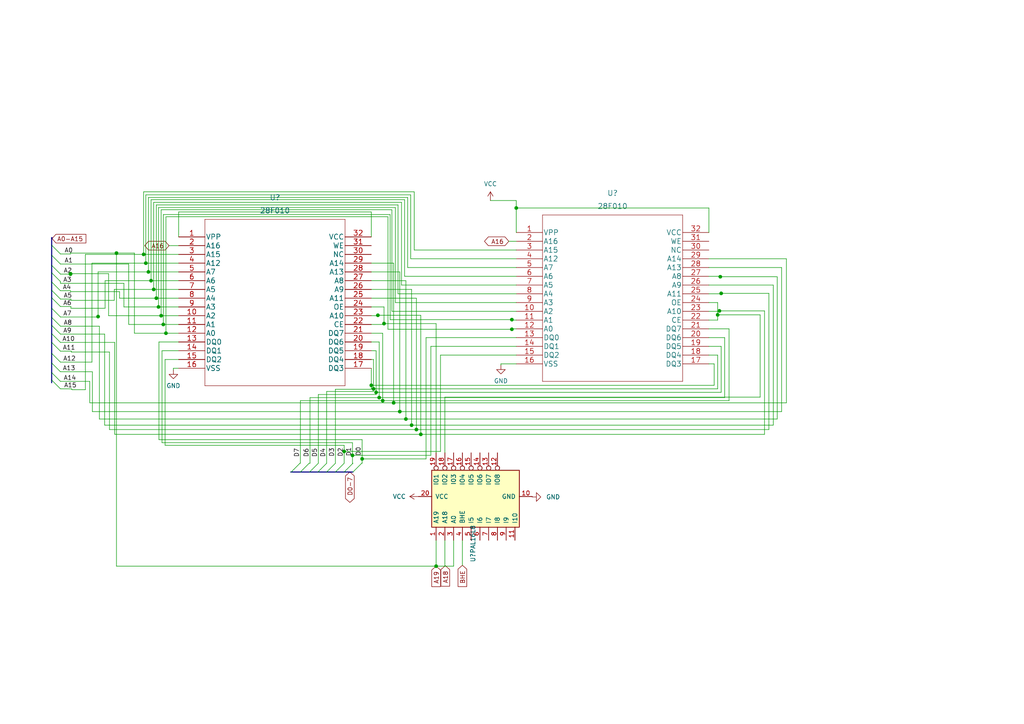
<source format=kicad_sch>
(kicad_sch (version 20211123) (generator eeschema)

  (uuid 5907752f-1205-4d47-92b9-96d45db05fbf)

  (paper "A4")

  (lib_symbols
    (symbol "28F010:28F010" (pin_names (offset 0.254)) (in_bom yes) (on_board yes)
      (property "Reference" "U" (id 0) (at 27.94 10.16 0)
        (effects (font (size 1.524 1.524)))
      )
      (property "Value" "28F010" (id 1) (at 27.94 7.62 0)
        (effects (font (size 1.524 1.524)))
      )
      (property "Footprint" "28F010" (id 2) (at 27.94 6.096 0)
        (effects (font (size 1.524 1.524)) hide)
      )
      (property "Datasheet" "" (id 3) (at 0 0 0)
        (effects (font (size 1.524 1.524)))
      )
      (property "ki_description" "CMOS Flash DIP 32-pin" (id 4) (at 0 0 0)
        (effects (font (size 1.27 1.27)) hide)
      )
      (property "ki_fp_filters" "28F010" (id 5) (at 0 0 0)
        (effects (font (size 1.27 1.27)) hide)
      )
      (symbol "28F010_1_1"
        (polyline
          (pts
            (xy 7.62 -43.18)
            (xy 48.26 -43.18)
          )
          (stroke (width 0.127) (type default) (color 0 0 0 0))
          (fill (type none))
        )
        (polyline
          (pts
            (xy 7.62 5.08)
            (xy 7.62 -43.18)
          )
          (stroke (width 0.127) (type default) (color 0 0 0 0))
          (fill (type none))
        )
        (polyline
          (pts
            (xy 48.26 -43.18)
            (xy 48.26 5.08)
          )
          (stroke (width 0.127) (type default) (color 0 0 0 0))
          (fill (type none))
        )
        (polyline
          (pts
            (xy 48.26 5.08)
            (xy 7.62 5.08)
          )
          (stroke (width 0.127) (type default) (color 0 0 0 0))
          (fill (type none))
        )
        (pin power_in line (at 0 0 0) (length 7.62)
          (name "VPP" (effects (font (size 1.4986 1.4986))))
          (number "1" (effects (font (size 1.4986 1.4986))))
        )
        (pin input line (at 0 -22.86 0) (length 7.62)
          (name "A2" (effects (font (size 1.4986 1.4986))))
          (number "10" (effects (font (size 1.4986 1.4986))))
        )
        (pin input line (at 0 -25.4 0) (length 7.62)
          (name "A1" (effects (font (size 1.4986 1.4986))))
          (number "11" (effects (font (size 1.4986 1.4986))))
        )
        (pin input line (at 0 -27.94 0) (length 7.62)
          (name "A0" (effects (font (size 1.4986 1.4986))))
          (number "12" (effects (font (size 1.4986 1.4986))))
        )
        (pin bidirectional line (at 0 -30.48 0) (length 7.62)
          (name "DQ0" (effects (font (size 1.4986 1.4986))))
          (number "13" (effects (font (size 1.4986 1.4986))))
        )
        (pin bidirectional line (at 0 -33.02 0) (length 7.62)
          (name "DQ1" (effects (font (size 1.4986 1.4986))))
          (number "14" (effects (font (size 1.4986 1.4986))))
        )
        (pin bidirectional line (at 0 -35.56 0) (length 7.62)
          (name "DQ2" (effects (font (size 1.4986 1.4986))))
          (number "15" (effects (font (size 1.4986 1.4986))))
        )
        (pin power_in line (at 0 -38.1 0) (length 7.62)
          (name "VSS" (effects (font (size 1.4986 1.4986))))
          (number "16" (effects (font (size 1.4986 1.4986))))
        )
        (pin bidirectional line (at 55.88 -38.1 180) (length 7.62)
          (name "DQ3" (effects (font (size 1.4986 1.4986))))
          (number "17" (effects (font (size 1.4986 1.4986))))
        )
        (pin bidirectional line (at 55.88 -35.56 180) (length 7.62)
          (name "DQ4" (effects (font (size 1.4986 1.4986))))
          (number "18" (effects (font (size 1.4986 1.4986))))
        )
        (pin bidirectional line (at 55.88 -33.02 180) (length 7.62)
          (name "DQ5" (effects (font (size 1.4986 1.4986))))
          (number "19" (effects (font (size 1.4986 1.4986))))
        )
        (pin input line (at 0 -2.54 0) (length 7.62)
          (name "A16" (effects (font (size 1.4986 1.4986))))
          (number "2" (effects (font (size 1.4986 1.4986))))
        )
        (pin bidirectional line (at 55.88 -30.48 180) (length 7.62)
          (name "DQ6" (effects (font (size 1.4986 1.4986))))
          (number "20" (effects (font (size 1.4986 1.4986))))
        )
        (pin bidirectional line (at 55.88 -27.94 180) (length 7.62)
          (name "DQ7" (effects (font (size 1.4986 1.4986))))
          (number "21" (effects (font (size 1.4986 1.4986))))
        )
        (pin input line (at 55.88 -25.4 180) (length 7.62)
          (name "CE" (effects (font (size 1.4986 1.4986))))
          (number "22" (effects (font (size 1.4986 1.4986))))
        )
        (pin input line (at 55.88 -22.86 180) (length 7.62)
          (name "A10" (effects (font (size 1.4986 1.4986))))
          (number "23" (effects (font (size 1.4986 1.4986))))
        )
        (pin input line (at 55.88 -20.32 180) (length 7.62)
          (name "OE" (effects (font (size 1.4986 1.4986))))
          (number "24" (effects (font (size 1.4986 1.4986))))
        )
        (pin input line (at 55.88 -17.78 180) (length 7.62)
          (name "A11" (effects (font (size 1.4986 1.4986))))
          (number "25" (effects (font (size 1.4986 1.4986))))
        )
        (pin input line (at 55.88 -15.24 180) (length 7.62)
          (name "A9" (effects (font (size 1.4986 1.4986))))
          (number "26" (effects (font (size 1.4986 1.4986))))
        )
        (pin input line (at 55.88 -12.7 180) (length 7.62)
          (name "A8" (effects (font (size 1.4986 1.4986))))
          (number "27" (effects (font (size 1.4986 1.4986))))
        )
        (pin input line (at 55.88 -10.16 180) (length 7.62)
          (name "A13" (effects (font (size 1.4986 1.4986))))
          (number "28" (effects (font (size 1.4986 1.4986))))
        )
        (pin input line (at 55.88 -7.62 180) (length 7.62)
          (name "A14" (effects (font (size 1.4986 1.4986))))
          (number "29" (effects (font (size 1.4986 1.4986))))
        )
        (pin input line (at 0 -5.08 0) (length 7.62)
          (name "A15" (effects (font (size 1.4986 1.4986))))
          (number "3" (effects (font (size 1.4986 1.4986))))
        )
        (pin unspecified line (at 55.88 -5.08 180) (length 7.62)
          (name "NC" (effects (font (size 1.4986 1.4986))))
          (number "30" (effects (font (size 1.4986 1.4986))))
        )
        (pin input line (at 55.88 -2.54 180) (length 7.62)
          (name "WE" (effects (font (size 1.4986 1.4986))))
          (number "31" (effects (font (size 1.4986 1.4986))))
        )
        (pin power_in line (at 55.88 0 180) (length 7.62)
          (name "VCC" (effects (font (size 1.4986 1.4986))))
          (number "32" (effects (font (size 1.4986 1.4986))))
        )
        (pin input line (at 0 -7.62 0) (length 7.62)
          (name "A12" (effects (font (size 1.4986 1.4986))))
          (number "4" (effects (font (size 1.4986 1.4986))))
        )
        (pin input line (at 0 -10.16 0) (length 7.62)
          (name "A7" (effects (font (size 1.4986 1.4986))))
          (number "5" (effects (font (size 1.4986 1.4986))))
        )
        (pin input line (at 0 -12.7 0) (length 7.62)
          (name "A6" (effects (font (size 1.4986 1.4986))))
          (number "6" (effects (font (size 1.4986 1.4986))))
        )
        (pin input line (at 0 -15.24 0) (length 7.62)
          (name "A5" (effects (font (size 1.4986 1.4986))))
          (number "7" (effects (font (size 1.4986 1.4986))))
        )
        (pin input line (at 0 -17.78 0) (length 7.62)
          (name "A4" (effects (font (size 1.4986 1.4986))))
          (number "8" (effects (font (size 1.4986 1.4986))))
        )
        (pin input line (at 0 -20.32 0) (length 7.62)
          (name "A3" (effects (font (size 1.4986 1.4986))))
          (number "9" (effects (font (size 1.4986 1.4986))))
        )
      )
    )
    (symbol "Logic_Programmable:PAL16L8" (pin_names (offset 1.016)) (in_bom yes) (on_board yes)
      (property "Reference" "U?" (id 0) (at -19.05 2.0194 0)
        (effects (font (size 1.27 1.27)) (justify left))
      )
      (property "Value" "PAL16L8" (id 1) (at -16.51 2.0194 0)
        (effects (font (size 1.27 1.27)) (justify left))
      )
      (property "Footprint" "Package_DIP:DIP-20_W7.62mm" (id 2) (at 0 0 0)
        (effects (font (size 1.27 1.27)) hide)
      )
      (property "Datasheet" "" (id 3) (at 0 0 0)
        (effects (font (size 1.27 1.27)) hide)
      )
      (property "ki_keywords" "PAL PLD 16L8" (id 4) (at 0 0 0)
        (effects (font (size 1.27 1.27)) hide)
      )
      (property "ki_description" "Programmable Logic Array, DIP-20" (id 5) (at 0 0 0)
        (effects (font (size 1.27 1.27)) hide)
      )
      (property "ki_fp_filters" "DIP* PDIP*" (id 6) (at 0 0 0)
        (effects (font (size 1.27 1.27)) hide)
      )
      (symbol "PAL16L8_0_0"
        (pin power_in line (at 0 -15.24 90) (length 3.81)
          (name "GND" (effects (font (size 1.27 1.27))))
          (number "10" (effects (font (size 1.27 1.27))))
        )
        (pin power_in line (at 0 17.78 270) (length 3.81)
          (name "VCC" (effects (font (size 1.27 1.27))))
          (number "20" (effects (font (size 1.27 1.27))))
        )
      )
      (symbol "PAL16L8_0_1"
        (rectangle (start -8.89 13.97) (end 7.62 -11.43)
          (stroke (width 0.254) (type default) (color 0 0 0 0))
          (fill (type background))
        )
      )
      (symbol "PAL16L8_1_1"
        (pin input line (at -12.7 12.7 0) (length 3.81)
          (name "A19" (effects (font (size 1.27 1.27))))
          (number "1" (effects (font (size 1.27 1.27))))
        )
        (pin input line (at -12.7 -10.16 0) (length 3.81)
          (name "I10" (effects (font (size 1.27 1.27))))
          (number "11" (effects (font (size 1.27 1.27))))
        )
        (pin tri_state inverted (at 12.7 -5.08 180) (length 5.08)
          (name "IO8" (effects (font (size 1.27 1.27))))
          (number "12" (effects (font (size 1.27 1.27))))
        )
        (pin tri_state inverted (at 12.7 -2.54 180) (length 5.08)
          (name "IO7" (effects (font (size 1.27 1.27))))
          (number "13" (effects (font (size 1.27 1.27))))
        )
        (pin tri_state inverted (at 12.7 0 180) (length 5.08)
          (name "IO6" (effects (font (size 1.27 1.27))))
          (number "14" (effects (font (size 1.27 1.27))))
        )
        (pin tri_state inverted (at 12.7 2.54 180) (length 5.08)
          (name "IO5" (effects (font (size 1.27 1.27))))
          (number "15" (effects (font (size 1.27 1.27))))
        )
        (pin tri_state inverted (at 12.7 5.08 180) (length 5.08)
          (name "IO4" (effects (font (size 1.27 1.27))))
          (number "16" (effects (font (size 1.27 1.27))))
        )
        (pin tri_state inverted (at 12.7 7.62 180) (length 5.08)
          (name "I03" (effects (font (size 1.27 1.27))))
          (number "17" (effects (font (size 1.27 1.27))))
        )
        (pin tri_state inverted (at 12.7 10.16 180) (length 5.08)
          (name "IO2" (effects (font (size 1.27 1.27))))
          (number "18" (effects (font (size 1.27 1.27))))
        )
        (pin tri_state inverted (at 12.7 12.7 180) (length 5.08)
          (name "IO1" (effects (font (size 1.27 1.27))))
          (number "19" (effects (font (size 1.27 1.27))))
        )
        (pin input line (at -12.7 10.16 0) (length 3.81)
          (name "A18" (effects (font (size 1.27 1.27))))
          (number "2" (effects (font (size 1.27 1.27))))
        )
        (pin input line (at -12.7 7.62 0) (length 3.81)
          (name "A0" (effects (font (size 1.27 1.27))))
          (number "3" (effects (font (size 1.27 1.27))))
        )
        (pin input line (at -12.7 5.08 0) (length 3.81)
          (name "BHE" (effects (font (size 1.27 1.27))))
          (number "4" (effects (font (size 1.27 1.27))))
        )
        (pin input line (at -12.7 2.54 0) (length 3.81)
          (name "I5" (effects (font (size 1.27 1.27))))
          (number "5" (effects (font (size 1.27 1.27))))
        )
        (pin input line (at -12.7 0 0) (length 3.81)
          (name "I6" (effects (font (size 1.27 1.27))))
          (number "6" (effects (font (size 1.27 1.27))))
        )
        (pin input line (at -12.7 -2.54 0) (length 3.81)
          (name "I7" (effects (font (size 1.27 1.27))))
          (number "7" (effects (font (size 1.27 1.27))))
        )
        (pin input line (at -12.7 -5.08 0) (length 3.81)
          (name "I8" (effects (font (size 1.27 1.27))))
          (number "8" (effects (font (size 1.27 1.27))))
        )
        (pin input line (at -12.7 -7.62 0) (length 3.81)
          (name "I9" (effects (font (size 1.27 1.27))))
          (number "9" (effects (font (size 1.27 1.27))))
        )
      )
    )
    (symbol "power:GND" (power) (pin_names (offset 0)) (in_bom yes) (on_board yes)
      (property "Reference" "#PWR" (id 0) (at 0 -6.35 0)
        (effects (font (size 1.27 1.27)) hide)
      )
      (property "Value" "GND" (id 1) (at 0 -3.81 0)
        (effects (font (size 1.27 1.27)))
      )
      (property "Footprint" "" (id 2) (at 0 0 0)
        (effects (font (size 1.27 1.27)) hide)
      )
      (property "Datasheet" "" (id 3) (at 0 0 0)
        (effects (font (size 1.27 1.27)) hide)
      )
      (property "ki_keywords" "power-flag" (id 4) (at 0 0 0)
        (effects (font (size 1.27 1.27)) hide)
      )
      (property "ki_description" "Power symbol creates a global label with name \"GND\" , ground" (id 5) (at 0 0 0)
        (effects (font (size 1.27 1.27)) hide)
      )
      (symbol "GND_0_1"
        (polyline
          (pts
            (xy 0 0)
            (xy 0 -1.27)
            (xy 1.27 -1.27)
            (xy 0 -2.54)
            (xy -1.27 -1.27)
            (xy 0 -1.27)
          )
          (stroke (width 0) (type default) (color 0 0 0 0))
          (fill (type none))
        )
      )
      (symbol "GND_1_1"
        (pin power_in line (at 0 0 270) (length 0) hide
          (name "GND" (effects (font (size 1.27 1.27))))
          (number "1" (effects (font (size 1.27 1.27))))
        )
      )
    )
    (symbol "power:VCC" (power) (pin_names (offset 0)) (in_bom yes) (on_board yes)
      (property "Reference" "#PWR" (id 0) (at 0 -3.81 0)
        (effects (font (size 1.27 1.27)) hide)
      )
      (property "Value" "VCC" (id 1) (at 0 3.81 0)
        (effects (font (size 1.27 1.27)))
      )
      (property "Footprint" "" (id 2) (at 0 0 0)
        (effects (font (size 1.27 1.27)) hide)
      )
      (property "Datasheet" "" (id 3) (at 0 0 0)
        (effects (font (size 1.27 1.27)) hide)
      )
      (property "ki_keywords" "power-flag" (id 4) (at 0 0 0)
        (effects (font (size 1.27 1.27)) hide)
      )
      (property "ki_description" "Power symbol creates a global label with name \"VCC\"" (id 5) (at 0 0 0)
        (effects (font (size 1.27 1.27)) hide)
      )
      (symbol "VCC_0_1"
        (polyline
          (pts
            (xy -0.762 1.27)
            (xy 0 2.54)
          )
          (stroke (width 0) (type default) (color 0 0 0 0))
          (fill (type none))
        )
        (polyline
          (pts
            (xy 0 0)
            (xy 0 2.54)
          )
          (stroke (width 0) (type default) (color 0 0 0 0))
          (fill (type none))
        )
        (polyline
          (pts
            (xy 0 2.54)
            (xy 0.762 1.27)
          )
          (stroke (width 0) (type default) (color 0 0 0 0))
          (fill (type none))
        )
      )
      (symbol "VCC_1_1"
        (pin power_in line (at 0 0 90) (length 0) hide
          (name "VCC" (effects (font (size 1.27 1.27))))
          (number "1" (effects (font (size 1.27 1.27))))
        )
      )
    )
  )

  (junction (at 110.998 116.205) (diameter 0) (color 0 0 0 0)
    (uuid 008e8dfb-baf5-43e2-8db6-29e3aff38607)
  )
  (junction (at 45.339 86.487) (diameter 0) (color 0 0 0 0)
    (uuid 0a8c8af8-4f09-4dbf-ad70-6c88e289cbbd)
  )
  (junction (at 20.447 79.502) (diameter 0) (color 0 0 0 0)
    (uuid 16c674eb-e227-4619-babb-0162c41200b6)
  )
  (junction (at 117.729 121.539) (diameter 0) (color 0 0 0 0)
    (uuid 1c40c78f-30f4-4cce-a178-8c66d31cf8b1)
  )
  (junction (at 111.379 93.853) (diameter 0) (color 0 0 0 0)
    (uuid 22b0c71a-046b-41e6-8d77-d2f8693dad76)
  )
  (junction (at 208.661 90.17) (diameter 0) (color 0 0 0 0)
    (uuid 23d3adcf-672c-4f2b-ba6b-a8a278ebfe50)
  )
  (junction (at 28.448 91.821) (diameter 0) (color 0 0 0 0)
    (uuid 30b838cf-c377-4bc1-8e2c-025851f8cf1d)
  )
  (junction (at 149.733 60.325) (diameter 0) (color 0 0 0 0)
    (uuid 30e9d398-d31d-4ef8-a333-7bfd840a4e6d)
  )
  (junction (at 115.951 119.38) (diameter 0) (color 0 0 0 0)
    (uuid 3856b5e6-a5a7-4d74-adc2-89c84f632381)
  )
  (junction (at 108.331 112.776) (diameter 0) (color 0 0 0 0)
    (uuid 3ac3a3a1-27fe-436a-8d85-d892bbad105a)
  )
  (junction (at 208.153 91.313) (diameter 0) (color 0 0 0 0)
    (uuid 3d12cb95-6254-40f7-87d8-053764cd5e95)
  )
  (junction (at 41.656 73.787) (diameter 0) (color 0 0 0 0)
    (uuid 4be5ba5e-90a9-42ad-b4d3-1cf998a8619a)
  )
  (junction (at 105.029 133.096) (diameter 0) (color 0 0 0 0)
    (uuid 5037a1d5-b690-485c-baed-57b81a7a016b)
  )
  (junction (at 46.736 91.567) (diameter 0) (color 0 0 0 0)
    (uuid 54e0a736-e6d5-48f9-a483-1ba325b08482)
  )
  (junction (at 109.093 113.792) (diameter 0) (color 0 0 0 0)
    (uuid 5c45ff4d-3622-40d8-8cd9-db7cef28b064)
  )
  (junction (at 126.492 164.211) (diameter 0) (color 0 0 0 0)
    (uuid 6a8e28ea-62ec-486b-a103-118960d1a266)
  )
  (junction (at 120.777 124.587) (diameter 0) (color 0 0 0 0)
    (uuid 6f2f332a-3b97-46ef-b592-93138352e9b9)
  )
  (junction (at 45.974 89.027) (diameter 0) (color 0 0 0 0)
    (uuid 7c28ed8e-4434-4427-9e8e-e597a47a2790)
  )
  (junction (at 209.169 85.09) (diameter 0) (color 0 0 0 0)
    (uuid 8591cd8a-7862-470d-b4bb-5228a9ba1c22)
  )
  (junction (at 47.371 94.107) (diameter 0) (color 0 0 0 0)
    (uuid 8700d3f0-707c-49ae-9352-e8c39eff7bb6)
  )
  (junction (at 43.815 81.407) (diameter 0) (color 0 0 0 0)
    (uuid 9b356aa1-742b-401d-b565-abb7eb6bcb5b)
  )
  (junction (at 20.447 79.375) (diameter 0) (color 0 0 0 0)
    (uuid ad2ba8b1-302d-44e3-b811-ad64aefc1f35)
  )
  (junction (at 102.235 132.08) (diameter 0) (color 0 0 0 0)
    (uuid aebfa3f9-898e-479f-8e85-5cfd2235b7f5)
  )
  (junction (at 99.822 130.937) (diameter 0) (color 0 0 0 0)
    (uuid b4194970-3e14-4bfc-bb10-70fccc5efabc)
  )
  (junction (at 43.053 78.867) (diameter 0) (color 0 0 0 0)
    (uuid c50099fd-98cd-4f57-a6b7-6bca64de52a1)
  )
  (junction (at 109.601 91.44) (diameter 0) (color 0 0 0 0)
    (uuid d69b28b5-9ab4-447a-9e0e-99644519bb74)
  )
  (junction (at 107.696 111.76) (diameter 0) (color 0 0 0 0)
    (uuid d770d9e1-1673-49a2-a459-c466762b4f86)
  )
  (junction (at 44.577 83.947) (diameter 0) (color 0 0 0 0)
    (uuid d7fbeeeb-5d3c-4df1-8951-1cd9c99b9280)
  )
  (junction (at 114.173 116.84) (diameter 0) (color 0 0 0 0)
    (uuid db3b469f-bcd6-4a44-8949-8b7215fc869d)
  )
  (junction (at 42.291 76.327) (diameter 0) (color 0 0 0 0)
    (uuid dbbad9c0-91dd-4666-adc0-e58c16678f8c)
  )
  (junction (at 208.915 80.264) (diameter 0) (color 0 0 0 0)
    (uuid dcac99c9-5df9-410e-8775-91ad1ce7f29b)
  )
  (junction (at 33.782 73.406) (diameter 0) (color 0 0 0 0)
    (uuid e36e50f4-50b1-4a3c-b0d5-ea091ecc7b57)
  )
  (junction (at 148.463 92.71) (diameter 0) (color 0 0 0 0)
    (uuid e58c8e3d-6498-4c04-9d6a-bab6dc8731a2)
  )
  (junction (at 48.133 96.647) (diameter 0) (color 0 0 0 0)
    (uuid ea169ec9-e3f6-4b83-b957-77be4bab9b75)
  )
  (junction (at 122.047 125.984) (diameter 0) (color 0 0 0 0)
    (uuid ea935a6e-b85b-43ff-93a1-47e8ea5a8437)
  )
  (junction (at 119.38 123.317) (diameter 0) (color 0 0 0 0)
    (uuid f0d67882-ac6a-4bd5-8030-9e0ae0be23aa)
  )
  (junction (at 109.982 115.316) (diameter 0) (color 0 0 0 0)
    (uuid f91875de-8633-48b0-9c34-b7b16ddc56e7)
  )
  (junction (at 148.463 95.504) (diameter 0) (color 0 0 0 0)
    (uuid fb689194-1aad-4f65-a115-7bd617803992)
  )

  (bus_entry (at 14.986 110.236) (size 2.54 2.54)
    (stroke (width 0) (type default) (color 0 0 0 0))
    (uuid 109e88ab-9c1d-4445-98d6-f241489b38ab)
  )
  (bus_entry (at 14.986 108.077) (size 2.54 2.54)
    (stroke (width 0) (type default) (color 0 0 0 0))
    (uuid 109e88ab-9c1d-4445-98d6-f241489b38ac)
  )
  (bus_entry (at 14.986 105.283) (size 2.54 2.54)
    (stroke (width 0) (type default) (color 0 0 0 0))
    (uuid 109e88ab-9c1d-4445-98d6-f241489b38ad)
  )
  (bus_entry (at 14.986 102.489) (size 2.54 2.54)
    (stroke (width 0) (type default) (color 0 0 0 0))
    (uuid 109e88ab-9c1d-4445-98d6-f241489b38ae)
  )
  (bus_entry (at 14.986 94.361) (size 2.54 2.54)
    (stroke (width 0) (type default) (color 0 0 0 0))
    (uuid 109e88ab-9c1d-4445-98d6-f241489b38af)
  )
  (bus_entry (at 14.986 96.774) (size 2.54 2.54)
    (stroke (width 0) (type default) (color 0 0 0 0))
    (uuid 109e88ab-9c1d-4445-98d6-f241489b38b0)
  )
  (bus_entry (at 14.986 86.36) (size 2.54 2.54)
    (stroke (width 0) (type default) (color 0 0 0 0))
    (uuid 109e88ab-9c1d-4445-98d6-f241489b38b1)
  )
  (bus_entry (at 14.986 89.408) (size 2.54 2.54)
    (stroke (width 0) (type default) (color 0 0 0 0))
    (uuid 109e88ab-9c1d-4445-98d6-f241489b38b2)
  )
  (bus_entry (at 14.986 92.075) (size 2.54 2.54)
    (stroke (width 0) (type default) (color 0 0 0 0))
    (uuid 109e88ab-9c1d-4445-98d6-f241489b38b3)
  )
  (bus_entry (at 14.986 99.314) (size 2.54 2.54)
    (stroke (width 0) (type default) (color 0 0 0 0))
    (uuid 109e88ab-9c1d-4445-98d6-f241489b38b4)
  )
  (bus_entry (at 14.986 81.788) (size 2.54 2.54)
    (stroke (width 0) (type default) (color 0 0 0 0))
    (uuid 109e88ab-9c1d-4445-98d6-f241489b38b5)
  )
  (bus_entry (at 14.986 84.201) (size 2.54 2.54)
    (stroke (width 0) (type default) (color 0 0 0 0))
    (uuid 109e88ab-9c1d-4445-98d6-f241489b38b6)
  )
  (bus_entry (at 14.986 79.121) (size 2.54 2.54)
    (stroke (width 0) (type default) (color 0 0 0 0))
    (uuid 109e88ab-9c1d-4445-98d6-f241489b38b7)
  )
  (bus_entry (at 14.986 76.962) (size 2.54 2.54)
    (stroke (width 0) (type default) (color 0 0 0 0))
    (uuid 109e88ab-9c1d-4445-98d6-f241489b38b8)
  )
  (bus_entry (at 14.986 74.041) (size 2.54 2.54)
    (stroke (width 0) (type default) (color 0 0 0 0))
    (uuid 109e88ab-9c1d-4445-98d6-f241489b38b9)
  )
  (bus_entry (at 14.986 71.12) (size 2.54 2.54)
    (stroke (width 0) (type default) (color 0 0 0 0))
    (uuid 109e88ab-9c1d-4445-98d6-f241489b38ba)
  )
  (bus_entry (at 97.282 134.366) (size -2.54 2.54)
    (stroke (width 0) (type default) (color 0 0 0 0))
    (uuid 17ed82a5-d7bb-42fa-a55b-75bc224f30aa)
  )
  (bus_entry (at 99.822 134.366) (size -2.54 2.54)
    (stroke (width 0) (type default) (color 0 0 0 0))
    (uuid 42f3801a-f071-4f9e-aff7-84ea5ad6672b)
  )
  (bus_entry (at 89.662 134.366) (size -2.54 2.54)
    (stroke (width 0) (type default) (color 0 0 0 0))
    (uuid 44d7fcce-fc36-4f84-98e1-7b072482d1f0)
  )
  (bus_entry (at 94.742 134.366) (size -2.54 2.54)
    (stroke (width 0) (type default) (color 0 0 0 0))
    (uuid 7f734ca2-c83d-46ed-9b28-4c8135f9f79e)
  )
  (bus_entry (at 102.362 134.366) (size -2.54 2.54)
    (stroke (width 0) (type default) (color 0 0 0 0))
    (uuid 961f434a-d965-421b-8868-ddde0ce4a3d0)
  )
  (bus_entry (at 86.995 134.366) (size -2.54 2.54)
    (stroke (width 0) (type default) (color 0 0 0 0))
    (uuid a25ddc1a-fc73-467e-b9da-d4df339f95eb)
  )
  (bus_entry (at 92.329 134.366) (size -2.54 2.54)
    (stroke (width 0) (type default) (color 0 0 0 0))
    (uuid a7c3a0c4-a4de-48b7-9731-870297b559ff)
  )
  (bus_entry (at 104.902 134.366) (size -2.54 2.54)
    (stroke (width 0) (type default) (color 0 0 0 0))
    (uuid d8423d31-e0b8-40c7-825e-4ab6af9d6b84)
  )

  (wire (pts (xy 209.169 100.457) (xy 209.169 113.792))
    (stroke (width 0) (type default) (color 0 0 0 0))
    (uuid 0055c566-1bb9-4dca-9f40-a3d410083f17)
  )
  (wire (pts (xy 205.613 90.297) (xy 208.661 90.297))
    (stroke (width 0) (type default) (color 0 0 0 0))
    (uuid 02674bf9-ffb6-4744-9920-011afd3ac83d)
  )
  (wire (pts (xy 17.526 79.502) (xy 20.447 79.502))
    (stroke (width 0) (type default) (color 0 0 0 0))
    (uuid 033dc71b-c773-4751-b6f5-b129d739f65d)
  )
  (wire (pts (xy 24.765 73.787) (xy 41.656 73.787))
    (stroke (width 0) (type default) (color 0 0 0 0))
    (uuid 043f725d-fe02-4191-acd6-3faf1caa1ee8)
  )
  (wire (pts (xy 223.012 124.587) (xy 120.777 124.587))
    (stroke (width 0) (type default) (color 0 0 0 0))
    (uuid 045f299c-31f8-42c7-9ea9-f0821409a1b0)
  )
  (wire (pts (xy 42.291 76.327) (xy 51.816 76.327))
    (stroke (width 0) (type default) (color 0 0 0 0))
    (uuid 048b12d1-dffa-487b-b6db-286090807b4f)
  )
  (wire (pts (xy 127.762 102.997) (xy 149.733 102.997))
    (stroke (width 0) (type default) (color 0 0 0 0))
    (uuid 06006052-e553-40d9-ae31-3da228ca96c3)
  )
  (bus (pts (xy 14.986 74.041) (xy 14.986 76.962))
    (stroke (width 0) (type default) (color 0 0 0 0))
    (uuid 06c671a6-16b3-4fdb-9393-0c9fb2c9abb7)
  )

  (wire (pts (xy 46.101 99.187) (xy 46.101 127.508))
    (stroke (width 0) (type default) (color 0 0 0 0))
    (uuid 07f56c38-8a79-4809-a591-9021b68697ef)
  )
  (wire (pts (xy 126.492 93.853) (xy 126.492 131.318))
    (stroke (width 0) (type default) (color 0 0 0 0))
    (uuid 08653fb5-0c46-4410-b194-9cdb648d2b8e)
  )
  (bus (pts (xy 14.986 110.236) (xy 14.986 108.077))
    (stroke (width 0) (type default) (color 0 0 0 0))
    (uuid 0944e2bc-4dac-442d-a46b-36ab7b5f101e)
  )

  (wire (pts (xy 205.613 75.057) (xy 228.092 75.057))
    (stroke (width 0) (type default) (color 0 0 0 0))
    (uuid 09decef9-c5a1-4e21-b734-a0b839db6876)
  )
  (wire (pts (xy 208.153 91.313) (xy 208.153 92.837))
    (stroke (width 0) (type default) (color 0 0 0 0))
    (uuid 0d614d9e-6027-4bbc-8d41-24fbbb2ef7cd)
  )
  (wire (pts (xy 89.916 134.366) (xy 89.662 134.366))
    (stroke (width 0) (type default) (color 0 0 0 0))
    (uuid 0ef83b66-f0c3-4e38-97a7-98276af379d5)
  )
  (wire (pts (xy 149.733 67.437) (xy 149.733 60.325))
    (stroke (width 0) (type default) (color 0 0 0 0))
    (uuid 12ee4226-cad9-434b-8754-f568e751538b)
  )
  (bus (pts (xy 84.455 136.906) (xy 84.328 136.906))
    (stroke (width 0) (type default) (color 0 0 0 0))
    (uuid 13247334-6f91-454d-b8a3-457f1ece03e9)
  )

  (wire (pts (xy 114.681 60.198) (xy 45.974 60.198))
    (stroke (width 0) (type default) (color 0 0 0 0))
    (uuid 137c075f-eb4f-496f-bfc9-46c70134d3a9)
  )
  (wire (pts (xy 119.38 123.317) (xy 30.353 123.317))
    (stroke (width 0) (type default) (color 0 0 0 0))
    (uuid 13cec5f4-6f22-46cf-af1f-097126c2dc98)
  )
  (wire (pts (xy 33.782 73.406) (xy 38.989 73.406))
    (stroke (width 0) (type default) (color 0 0 0 0))
    (uuid 16876d59-c7e5-41a4-9842-62f848738314)
  )
  (wire (pts (xy 110.998 96.647) (xy 110.998 116.205))
    (stroke (width 0) (type default) (color 0 0 0 0))
    (uuid 16a9b8ae-d3a6-4b50-9f54-3bab3c240737)
  )
  (wire (pts (xy 116.459 58.674) (xy 44.577 58.674))
    (stroke (width 0) (type default) (color 0 0 0 0))
    (uuid 174028a1-5156-4917-b922-fef231eda556)
  )
  (wire (pts (xy 20.447 79.375) (xy 31.496 79.375))
    (stroke (width 0) (type default) (color 0 0 0 0))
    (uuid 17870fb2-760f-4735-afa2-ee01f81d4e0e)
  )
  (wire (pts (xy 114.681 87.757) (xy 114.681 60.198))
    (stroke (width 0) (type default) (color 0 0 0 0))
    (uuid 17943bf5-792b-4782-9dc5-99d729a45b6a)
  )
  (wire (pts (xy 41.656 73.787) (xy 51.816 73.787))
    (stroke (width 0) (type default) (color 0 0 0 0))
    (uuid 1825e192-3937-4dd7-8284-90977f716344)
  )
  (wire (pts (xy 94.742 113.538) (xy 94.742 134.366))
    (stroke (width 0) (type default) (color 0 0 0 0))
    (uuid 1828706f-9a12-4739-acd7-982d4201a494)
  )
  (wire (pts (xy 17.526 91.948) (xy 28.448 91.948))
    (stroke (width 0) (type default) (color 0 0 0 0))
    (uuid 183a9223-aecd-42b2-976d-793a1e670938)
  )
  (wire (pts (xy 119.126 75.057) (xy 119.126 56.515))
    (stroke (width 0) (type default) (color 0 0 0 0))
    (uuid 18a4f092-d4dc-4ac7-8250-b7282d7db1b6)
  )
  (wire (pts (xy 149.733 92.837) (xy 148.463 92.837))
    (stroke (width 0) (type default) (color 0 0 0 0))
    (uuid 18a78084-e971-4531-b0c3-d74abceec5f6)
  )
  (wire (pts (xy 51.816 61.468) (xy 51.816 68.707))
    (stroke (width 0) (type default) (color 0 0 0 0))
    (uuid 190e2b62-a3ea-494e-ad73-7c10823d0a44)
  )
  (wire (pts (xy 221.742 125.984) (xy 122.047 125.984))
    (stroke (width 0) (type default) (color 0 0 0 0))
    (uuid 1a285c3e-06bf-4da8-b3f3-980612cf8303)
  )
  (wire (pts (xy 148.463 92.837) (xy 148.463 92.71))
    (stroke (width 0) (type default) (color 0 0 0 0))
    (uuid 1a5256da-3388-4a37-8c8f-7c3caff307fb)
  )
  (wire (pts (xy 111.379 89.027) (xy 111.379 93.853))
    (stroke (width 0) (type default) (color 0 0 0 0))
    (uuid 1bda2846-6ece-4ae6-a90b-972af612bd88)
  )
  (wire (pts (xy 108.331 112.776) (xy 108.331 113.538))
    (stroke (width 0) (type default) (color 0 0 0 0))
    (uuid 1c48027c-991a-49d7-98e6-7dbfe9444e4a)
  )
  (wire (pts (xy 46.101 127.508) (xy 105.029 127.508))
    (stroke (width 0) (type default) (color 0 0 0 0))
    (uuid 1c4b4a64-16ed-47d4-aeca-a7a0773e66a7)
  )
  (bus (pts (xy 14.986 86.36) (xy 14.986 89.408))
    (stroke (width 0) (type default) (color 0 0 0 0))
    (uuid 1c54ddfb-bb7a-4885-b2cd-370e64ba0cfb)
  )

  (wire (pts (xy 17.526 76.581) (xy 37.338 76.581))
    (stroke (width 0) (type default) (color 0 0 0 0))
    (uuid 1d4e320e-6634-42d8-8e91-d10d6b183703)
  )
  (wire (pts (xy 107.696 78.867) (xy 115.951 78.867))
    (stroke (width 0) (type default) (color 0 0 0 0))
    (uuid 2080e78f-14d6-4b61-bba5-befa33c0425f)
  )
  (wire (pts (xy 46.99 128.397) (xy 102.235 128.397))
    (stroke (width 0) (type default) (color 0 0 0 0))
    (uuid 20da1a9a-bd1c-493c-b723-7cc535fbdb4b)
  )
  (wire (pts (xy 205.613 97.917) (xy 210.185 97.917))
    (stroke (width 0) (type default) (color 0 0 0 0))
    (uuid 20e75166-ad14-4b6c-a4fe-e5bbc29867ae)
  )
  (wire (pts (xy 107.696 104.267) (xy 108.331 104.267))
    (stroke (width 0) (type default) (color 0 0 0 0))
    (uuid 216dfc44-851e-4fe7-b641-c6f737b0f5ce)
  )
  (wire (pts (xy 33.147 83.947) (xy 44.577 83.947))
    (stroke (width 0) (type default) (color 0 0 0 0))
    (uuid 22618788-4e84-4f60-a2a7-1cc76deb7e2b)
  )
  (bus (pts (xy 14.986 105.283) (xy 14.986 108.077))
    (stroke (width 0) (type default) (color 0 0 0 0))
    (uuid 22728472-796e-4cbe-b609-9e3875841d6f)
  )

  (wire (pts (xy 47.371 94.107) (xy 51.816 94.107))
    (stroke (width 0) (type default) (color 0 0 0 0))
    (uuid 22ca0679-e0c8-4cbe-b215-43d578ffee3e)
  )
  (wire (pts (xy 24.765 73.787) (xy 24.765 113.03))
    (stroke (width 0) (type default) (color 0 0 0 0))
    (uuid 236ae65c-bb28-4e2b-819f-5c51cbb3e559)
  )
  (bus (pts (xy 102.362 136.906) (xy 99.822 136.906))
    (stroke (width 0) (type default) (color 0 0 0 0))
    (uuid 247cf852-280c-4fd8-9647-b907fe2220c6)
  )

  (wire (pts (xy 118.237 77.597) (xy 149.733 77.597))
    (stroke (width 0) (type default) (color 0 0 0 0))
    (uuid 26e58376-1dbc-4a2a-bd84-6feb32d6ffea)
  )
  (bus (pts (xy 14.986 102.489) (xy 14.986 105.283))
    (stroke (width 0) (type default) (color 0 0 0 0))
    (uuid 275f65f9-3444-46cf-b52d-f003534fe87c)
  )

  (wire (pts (xy 33.147 87.122) (xy 33.147 83.947))
    (stroke (width 0) (type default) (color 0 0 0 0))
    (uuid 280ecc77-9581-417c-a8bd-b759eb9778b1)
  )
  (wire (pts (xy 107.696 111.76) (xy 107.696 112.903))
    (stroke (width 0) (type default) (color 0 0 0 0))
    (uuid 283a81e3-21f5-495f-a8ed-d148eb48568c)
  )
  (wire (pts (xy 205.613 85.217) (xy 209.169 85.217))
    (stroke (width 0) (type default) (color 0 0 0 0))
    (uuid 285ebc54-a83a-490c-bad9-b098fd35101c)
  )
  (wire (pts (xy 99.822 129.159) (xy 99.822 130.937))
    (stroke (width 0) (type default) (color 0 0 0 0))
    (uuid 28c2d32b-eeb0-48d0-afd0-eff326dd24a5)
  )
  (wire (pts (xy 20.574 87.122) (xy 33.147 87.122))
    (stroke (width 0) (type default) (color 0 0 0 0))
    (uuid 2a2b609e-404b-45a3-bf07-fdbc261cdcfc)
  )
  (wire (pts (xy 105.029 133.096) (xy 105.029 134.366))
    (stroke (width 0) (type default) (color 0 0 0 0))
    (uuid 2d4ccd1b-fbee-41a8-8c8b-bcce4dc57ba2)
  )
  (wire (pts (xy 122.047 125.984) (xy 33.274 125.984))
    (stroke (width 0) (type default) (color 0 0 0 0))
    (uuid 2d86cb0c-09fc-4799-8e92-4f53c26baf47)
  )
  (wire (pts (xy 113.665 90.297) (xy 149.733 90.297))
    (stroke (width 0) (type default) (color 0 0 0 0))
    (uuid 2ea3236f-1ed9-4288-9406-1531a07e962c)
  )
  (wire (pts (xy 107.696 91.567) (xy 109.601 91.567))
    (stroke (width 0) (type default) (color 0 0 0 0))
    (uuid 2f0592f0-f637-4236-aeac-3362d516adda)
  )
  (wire (pts (xy 131.572 156.718) (xy 131.572 164.211))
    (stroke (width 0) (type default) (color 0 0 0 0))
    (uuid 2f24976c-ab13-4198-aaaa-41f585bfb7f5)
  )
  (wire (pts (xy 120.142 72.517) (xy 120.142 55.626))
    (stroke (width 0) (type default) (color 0 0 0 0))
    (uuid 30327cc2-14b4-4a1e-a4c3-f08d2d8c38bd)
  )
  (wire (pts (xy 119.126 56.515) (xy 42.291 56.515))
    (stroke (width 0) (type default) (color 0 0 0 0))
    (uuid 30c00e96-edd5-4366-ad31-784bcee723df)
  )
  (wire (pts (xy 108.331 112.776) (xy 208.153 112.776))
    (stroke (width 0) (type default) (color 0 0 0 0))
    (uuid 30dbfb58-d1c8-4bbf-8c4d-1d370e698d47)
  )
  (wire (pts (xy 207.137 105.537) (xy 207.137 111.76))
    (stroke (width 0) (type default) (color 0 0 0 0))
    (uuid 31980209-72f2-49dc-b7db-9d4cf28b29e2)
  )
  (wire (pts (xy 43.815 81.407) (xy 51.816 81.407))
    (stroke (width 0) (type default) (color 0 0 0 0))
    (uuid 325e195d-7352-436f-8327-7f4289487b3d)
  )
  (wire (pts (xy 120.777 86.487) (xy 120.777 124.587))
    (stroke (width 0) (type default) (color 0 0 0 0))
    (uuid 331643c0-d7d6-4f31-8fe2-573231d9df1c)
  )
  (wire (pts (xy 116.459 82.677) (xy 149.733 82.677))
    (stroke (width 0) (type default) (color 0 0 0 0))
    (uuid 34f6b3ef-157c-468e-8b57-c443338276a3)
  )
  (wire (pts (xy 110.998 116.205) (xy 211.455 116.205))
    (stroke (width 0) (type default) (color 0 0 0 0))
    (uuid 356f11ec-1560-4533-82e9-5fc4c1bcfa31)
  )
  (wire (pts (xy 35.941 89.027) (xy 45.974 89.027))
    (stroke (width 0) (type default) (color 0 0 0 0))
    (uuid 367e91c3-0f98-4f43-be51-34fa7483f900)
  )
  (wire (pts (xy 122.047 91.44) (xy 122.047 125.984))
    (stroke (width 0) (type default) (color 0 0 0 0))
    (uuid 36d792e6-e6bb-408b-a8ef-c4160445ae9c)
  )
  (bus (pts (xy 14.986 89.408) (xy 14.986 92.075))
    (stroke (width 0) (type default) (color 0 0 0 0))
    (uuid 36ea953f-9906-4ee0-919f-1ab323b0a771)
  )

  (wire (pts (xy 134.112 156.718) (xy 134.112 163.957))
    (stroke (width 0) (type default) (color 0 0 0 0))
    (uuid 371399d7-ffb7-47bf-96af-590f4e2dabc9)
  )
  (bus (pts (xy 87.122 136.906) (xy 84.455 136.906))
    (stroke (width 0) (type default) (color 0 0 0 0))
    (uuid 38876367-4e81-42d9-b15b-0f9402cad500)
  )

  (wire (pts (xy 147.574 69.977) (xy 149.733 69.977))
    (stroke (width 0) (type default) (color 0 0 0 0))
    (uuid 3b3d72e5-0268-408a-a124-835415e16570)
  )
  (wire (pts (xy 129.032 115.189) (xy 220.472 115.189))
    (stroke (width 0) (type default) (color 0 0 0 0))
    (uuid 3c5ded08-6eee-4fb7-89d3-04c3113301f4)
  )
  (wire (pts (xy 28.448 78.867) (xy 43.053 78.867))
    (stroke (width 0) (type default) (color 0 0 0 0))
    (uuid 3ef91379-a6fe-41da-ab6a-a94068b6fe69)
  )
  (wire (pts (xy 112.522 95.504) (xy 112.522 62.865))
    (stroke (width 0) (type default) (color 0 0 0 0))
    (uuid 409ef0b6-0113-47a4-89e2-99d4fe72a2af)
  )
  (wire (pts (xy 34.671 84.582) (xy 20.447 84.582))
    (stroke (width 0) (type default) (color 0 0 0 0))
    (uuid 4148a7c4-cb6e-40bd-8043-8b91e446e0ef)
  )
  (wire (pts (xy 205.613 95.377) (xy 211.455 95.377))
    (stroke (width 0) (type default) (color 0 0 0 0))
    (uuid 41d8a008-88e0-4229-8f86-c28ccd0fdcd6)
  )
  (wire (pts (xy 109.601 91.44) (xy 122.047 91.44))
    (stroke (width 0) (type default) (color 0 0 0 0))
    (uuid 4206e19d-b367-460a-ac55-c0479a2056fd)
  )
  (wire (pts (xy 31.75 102.108) (xy 20.701 102.108))
    (stroke (width 0) (type default) (color 0 0 0 0))
    (uuid 42f4c8ea-6573-4d00-b585-4be6f5b2561a)
  )
  (wire (pts (xy 28.829 121.539) (xy 28.829 94.615))
    (stroke (width 0) (type default) (color 0 0 0 0))
    (uuid 44434056-d78c-4139-8e46-5d23fa464a58)
  )
  (wire (pts (xy 107.696 106.807) (xy 107.696 111.76))
    (stroke (width 0) (type default) (color 0 0 0 0))
    (uuid 44b6476c-b179-4395-a246-5d62dc515b3d)
  )
  (wire (pts (xy 17.526 96.901) (xy 30.353 96.901))
    (stroke (width 0) (type default) (color 0 0 0 0))
    (uuid 455514e0-578d-4865-a680-b7b7e48f3197)
  )
  (wire (pts (xy 208.915 80.264) (xy 225.425 80.264))
    (stroke (width 0) (type default) (color 0 0 0 0))
    (uuid 456bb993-7dbb-49c3-b383-db63ba8b26bc)
  )
  (wire (pts (xy 17.526 86.741) (xy 20.574 86.741))
    (stroke (width 0) (type default) (color 0 0 0 0))
    (uuid 469c8656-f0d2-4648-b419-8e24bce469f5)
  )
  (wire (pts (xy 89.916 115.316) (xy 89.916 134.366))
    (stroke (width 0) (type default) (color 0 0 0 0))
    (uuid 48c8b0b8-4010-4896-8875-50ea081764e6)
  )
  (wire (pts (xy 117.348 80.137) (xy 117.348 57.912))
    (stroke (width 0) (type default) (color 0 0 0 0))
    (uuid 492debdd-3d49-4723-8a91-b5f90b0cac20)
  )
  (wire (pts (xy 205.613 82.677) (xy 224.282 82.677))
    (stroke (width 0) (type default) (color 0 0 0 0))
    (uuid 49d1a4d4-edf3-4842-a256-25932a09503e)
  )
  (wire (pts (xy 107.696 94.107) (xy 111.379 94.107))
    (stroke (width 0) (type default) (color 0 0 0 0))
    (uuid 4a4010a5-f572-48d1-b06e-af2cc382090e)
  )
  (wire (pts (xy 223.012 85.09) (xy 223.012 124.587))
    (stroke (width 0) (type default) (color 0 0 0 0))
    (uuid 4b33e9c6-1474-4b18-9548-ee0f351ccef8)
  )
  (bus (pts (xy 14.986 94.361) (xy 14.986 96.774))
    (stroke (width 0) (type default) (color 0 0 0 0))
    (uuid 4b6ee5e7-7d67-4007-8602-0d275c43f5b3)
  )

  (wire (pts (xy 225.425 80.264) (xy 225.425 121.539))
    (stroke (width 0) (type default) (color 0 0 0 0))
    (uuid 4c2fd1d4-10e5-45ff-a2b6-f05cca4c10b4)
  )
  (wire (pts (xy 17.526 88.9) (xy 20.574 88.9))
    (stroke (width 0) (type default) (color 0 0 0 0))
    (uuid 4d34bb31-9c6b-4979-8cbd-87780c5d89bc)
  )
  (bus (pts (xy 14.986 81.788) (xy 14.986 84.201))
    (stroke (width 0) (type default) (color 0 0 0 0))
    (uuid 4db4c0a6-2aa6-41c1-b423-4c32b3d91f5d)
  )

  (wire (pts (xy 209.169 85.09) (xy 223.012 85.09))
    (stroke (width 0) (type default) (color 0 0 0 0))
    (uuid 4e8a9b3b-2adb-453d-8ae1-333e3fb3f7a5)
  )
  (wire (pts (xy 107.696 83.947) (xy 119.38 83.947))
    (stroke (width 0) (type default) (color 0 0 0 0))
    (uuid 561adc17-ff7c-43bc-8492-5615a047297b)
  )
  (wire (pts (xy 114.681 87.757) (xy 149.733 87.757))
    (stroke (width 0) (type default) (color 0 0 0 0))
    (uuid 5661bc24-e2cf-446c-85c3-b3a3eaee94f1)
  )
  (wire (pts (xy 17.526 105.029) (xy 26.67 105.029))
    (stroke (width 0) (type default) (color 0 0 0 0))
    (uuid 5673f5cc-54b9-4f42-87a2-47051c4390d3)
  )
  (wire (pts (xy 115.951 78.867) (xy 115.951 119.38))
    (stroke (width 0) (type default) (color 0 0 0 0))
    (uuid 568e44e8-8afc-46bd-a210-4e98e82f9308)
  )
  (wire (pts (xy 129.032 164.084) (xy 129.159 164.084))
    (stroke (width 0) (type default) (color 0 0 0 0))
    (uuid 57b0ed4e-3c74-4641-80f5-556a46a345e4)
  )
  (wire (pts (xy 148.463 95.504) (xy 112.522 95.504))
    (stroke (width 0) (type default) (color 0 0 0 0))
    (uuid 59d87cf1-5e60-48bb-b173-e525730c40f2)
  )
  (wire (pts (xy 87.122 134.366) (xy 86.995 134.366))
    (stroke (width 0) (type default) (color 0 0 0 0))
    (uuid 5b2fb45a-93fe-490c-9793-3a13ef37aacb)
  )
  (wire (pts (xy 208.153 92.837) (xy 205.613 92.837))
    (stroke (width 0) (type default) (color 0 0 0 0))
    (uuid 5b8d8c02-842a-4eb6-8cb8-9caa9621fb1a)
  )
  (wire (pts (xy 127.762 130.937) (xy 99.822 130.937))
    (stroke (width 0) (type default) (color 0 0 0 0))
    (uuid 5bc10d24-7369-4238-9e81-fa2a01d3b333)
  )
  (wire (pts (xy 117.729 121.539) (xy 28.829 121.539))
    (stroke (width 0) (type default) (color 0 0 0 0))
    (uuid 5c3303a3-1421-433e-93ec-a19b9e8aa621)
  )
  (wire (pts (xy 17.526 73.66) (xy 20.447 73.66))
    (stroke (width 0) (type default) (color 0 0 0 0))
    (uuid 5ccb1302-d857-4cde-b0e2-c04ab63edc9f)
  )
  (wire (pts (xy 46.99 101.727) (xy 51.816 101.727))
    (stroke (width 0) (type default) (color 0 0 0 0))
    (uuid 5d8e5e5a-f69c-4a65-932b-1306a10ecaa5)
  )
  (wire (pts (xy 205.613 60.325) (xy 205.613 67.437))
    (stroke (width 0) (type default) (color 0 0 0 0))
    (uuid 5e1cf436-4375-47ad-8a93-e09af7427dfd)
  )
  (wire (pts (xy 37.338 94.107) (xy 37.338 76.581))
    (stroke (width 0) (type default) (color 0 0 0 0))
    (uuid 5faff2ec-2a49-43bd-b3ad-dbe98fc461a8)
  )
  (wire (pts (xy 50.292 106.807) (xy 51.816 106.807))
    (stroke (width 0) (type default) (color 0 0 0 0))
    (uuid 609550bf-7702-4d93-9ee3-e457b169b3b9)
  )
  (wire (pts (xy 211.455 116.205) (xy 211.455 95.377))
    (stroke (width 0) (type default) (color 0 0 0 0))
    (uuid 65297cb0-5ec1-473b-a1f4-15dd5633b1bb)
  )
  (wire (pts (xy 46.736 91.567) (xy 51.816 91.567))
    (stroke (width 0) (type default) (color 0 0 0 0))
    (uuid 653b8398-dbd1-4ad8-8f60-57cee8066a82)
  )
  (wire (pts (xy 116.459 82.677) (xy 116.459 58.674))
    (stroke (width 0) (type default) (color 0 0 0 0))
    (uuid 6771f498-c995-4ddc-bb3b-6b28eaeda187)
  )
  (wire (pts (xy 17.526 112.776) (xy 20.828 112.776))
    (stroke (width 0) (type default) (color 0 0 0 0))
    (uuid 68df2dca-6b25-4f96-abe7-a12b1b166a89)
  )
  (wire (pts (xy 115.443 85.217) (xy 149.733 85.217))
    (stroke (width 0) (type default) (color 0 0 0 0))
    (uuid 6c01a5c0-4f3a-4854-8eda-f3791acf100c)
  )
  (wire (pts (xy 20.447 73.66) (xy 20.447 73.406))
    (stroke (width 0) (type default) (color 0 0 0 0))
    (uuid 6ca4ecdd-68e7-43c5-bca5-5e6d469ee40c)
  )
  (wire (pts (xy 207.137 111.76) (xy 107.696 111.76))
    (stroke (width 0) (type default) (color 0 0 0 0))
    (uuid 6cfe85fa-0100-4ca7-b414-80ad4013118d)
  )
  (wire (pts (xy 17.526 99.314) (xy 33.274 99.314))
    (stroke (width 0) (type default) (color 0 0 0 0))
    (uuid 6d4329e7-c40d-4a37-adb9-c8c43ad1e489)
  )
  (wire (pts (xy 42.291 56.515) (xy 42.291 76.327))
    (stroke (width 0) (type default) (color 0 0 0 0))
    (uuid 6e769166-f494-4b56-8af1-7fdfb688582b)
  )
  (wire (pts (xy 113.157 62.23) (xy 47.371 62.23))
    (stroke (width 0) (type default) (color 0 0 0 0))
    (uuid 6e853b04-7fb1-4077-91d8-7e39cf70398a)
  )
  (wire (pts (xy 119.126 75.057) (xy 149.733 75.057))
    (stroke (width 0) (type default) (color 0 0 0 0))
    (uuid 6fbf8450-3dad-43c7-9930-12deccb93446)
  )
  (wire (pts (xy 112.522 62.865) (xy 48.133 62.865))
    (stroke (width 0) (type default) (color 0 0 0 0))
    (uuid 70b185d1-a78e-4ab1-80f6-064f660068af)
  )
  (wire (pts (xy 107.696 86.487) (xy 120.777 86.487))
    (stroke (width 0) (type default) (color 0 0 0 0))
    (uuid 71e87f1a-2bbd-487b-8ac7-734f25dbb6dd)
  )
  (bus (pts (xy 14.986 92.075) (xy 14.986 94.361))
    (stroke (width 0) (type default) (color 0 0 0 0))
    (uuid 71ed0b49-f9ac-4a24-a945-ecdaae0df84e)
  )

  (wire (pts (xy 102.235 134.366) (xy 102.362 134.366))
    (stroke (width 0) (type default) (color 0 0 0 0))
    (uuid 72425b94-fd67-4009-bb65-322ffa08f568)
  )
  (bus (pts (xy 14.986 68.961) (xy 15.113 68.961))
    (stroke (width 0) (type default) (color 0 0 0 0))
    (uuid 7298fc2d-c6ea-49b9-807f-723ad3d29438)
  )

  (wire (pts (xy 208.915 80.137) (xy 208.915 80.264))
    (stroke (width 0) (type default) (color 0 0 0 0))
    (uuid 72bd3878-4ebf-4537-8fd8-0d1ffcf5f3d4)
  )
  (bus (pts (xy 14.986 96.774) (xy 14.986 99.314))
    (stroke (width 0) (type default) (color 0 0 0 0))
    (uuid 73e1c2b0-87d5-444c-bea8-0612dd0e35d2)
  )

  (wire (pts (xy 114.173 76.327) (xy 114.173 116.84))
    (stroke (width 0) (type default) (color 0 0 0 0))
    (uuid 7461f3ad-0704-409f-a9a6-667d53ba1681)
  )
  (wire (pts (xy 225.425 121.539) (xy 117.729 121.539))
    (stroke (width 0) (type default) (color 0 0 0 0))
    (uuid 74f602c9-4d28-43c1-b81f-2aecd4a489de)
  )
  (wire (pts (xy 113.665 90.297) (xy 113.665 60.833))
    (stroke (width 0) (type default) (color 0 0 0 0))
    (uuid 7566167a-1479-4213-a002-903eecd19e02)
  )
  (bus (pts (xy 14.986 84.201) (xy 14.986 86.36))
    (stroke (width 0) (type default) (color 0 0 0 0))
    (uuid 75dbbb61-79fe-4a42-8f19-dc7fbf77e76f)
  )

  (wire (pts (xy 109.601 91.567) (xy 109.601 91.44))
    (stroke (width 0) (type default) (color 0 0 0 0))
    (uuid 7657cbcf-9f7f-439c-aead-7612b87d08ab)
  )
  (wire (pts (xy 126.492 156.718) (xy 126.492 164.211))
    (stroke (width 0) (type default) (color 0 0 0 0))
    (uuid 788f437c-ab43-42ae-b9eb-153ee9bd6eb9)
  )
  (wire (pts (xy 43.815 57.912) (xy 43.815 81.407))
    (stroke (width 0) (type default) (color 0 0 0 0))
    (uuid 792e3297-06c3-46ee-b440-51bcbc71517b)
  )
  (bus (pts (xy 89.789 136.906) (xy 87.122 136.906))
    (stroke (width 0) (type default) (color 0 0 0 0))
    (uuid 797a3b0a-b3a5-4208-95bd-28b6971513d6)
  )

  (wire (pts (xy 208.153 102.997) (xy 208.153 112.776))
    (stroke (width 0) (type default) (color 0 0 0 0))
    (uuid 7b730608-4c98-4984-8a93-cfb8a18ef47a)
  )
  (bus (pts (xy 14.986 99.314) (xy 14.986 102.489))
    (stroke (width 0) (type default) (color 0 0 0 0))
    (uuid 7b97bb81-c3f3-40c4-b18a-25eaef30e324)
  )

  (wire (pts (xy 205.613 105.537) (xy 207.137 105.537))
    (stroke (width 0) (type default) (color 0 0 0 0))
    (uuid 7bf0b958-23ab-4444-9f9e-b4c87bbe8a7f)
  )
  (wire (pts (xy 35.941 82.169) (xy 35.941 89.027))
    (stroke (width 0) (type default) (color 0 0 0 0))
    (uuid 7c3c2651-a9b8-423c-8fb0-2565bba1c385)
  )
  (wire (pts (xy 30.353 123.317) (xy 30.353 96.901))
    (stroke (width 0) (type default) (color 0 0 0 0))
    (uuid 7c8b9b7f-3612-4f75-ab4f-f3cae6c70146)
  )
  (wire (pts (xy 115.443 85.217) (xy 115.443 59.436))
    (stroke (width 0) (type default) (color 0 0 0 0))
    (uuid 7c9bffe0-cd0f-48e5-89f2-f287df85cc9b)
  )
  (wire (pts (xy 45.974 89.027) (xy 51.816 89.027))
    (stroke (width 0) (type default) (color 0 0 0 0))
    (uuid 7cf68015-384b-4fed-b511-fcce39af5dd7)
  )
  (wire (pts (xy 102.235 132.08) (xy 102.235 134.366))
    (stroke (width 0) (type default) (color 0 0 0 0))
    (uuid 7d83f63b-df7f-4418-8ac3-fe16196761fc)
  )
  (wire (pts (xy 45.339 59.436) (xy 45.339 86.487))
    (stroke (width 0) (type default) (color 0 0 0 0))
    (uuid 7ef81c13-885c-4774-a4dc-33d0376dbc03)
  )
  (wire (pts (xy 129.032 156.718) (xy 129.032 164.084))
    (stroke (width 0) (type default) (color 0 0 0 0))
    (uuid 80b23f0b-a9cf-4f4d-8ff9-44c399541d57)
  )
  (wire (pts (xy 109.093 113.792) (xy 109.093 101.727))
    (stroke (width 0) (type default) (color 0 0 0 0))
    (uuid 82296e20-68cf-40d0-9154-8c1a951b115f)
  )
  (wire (pts (xy 145.288 105.918) (xy 145.288 105.537))
    (stroke (width 0) (type default) (color 0 0 0 0))
    (uuid 825f5053-968f-45a5-9ccc-d3efb0bfb09e)
  )
  (wire (pts (xy 224.282 82.677) (xy 224.282 123.317))
    (stroke (width 0) (type default) (color 0 0 0 0))
    (uuid 8441df1f-3859-491f-bd3c-67c2f3e92d80)
  )
  (wire (pts (xy 46.101 99.187) (xy 51.816 99.187))
    (stroke (width 0) (type default) (color 0 0 0 0))
    (uuid 84cfce2f-963c-4ceb-935d-bc89ddb2a15b)
  )
  (wire (pts (xy 34.671 86.487) (xy 45.339 86.487))
    (stroke (width 0) (type default) (color 0 0 0 0))
    (uuid 85002d47-456d-48f0-8c2f-4d14306a4602)
  )
  (wire (pts (xy 107.696 89.027) (xy 111.379 89.027))
    (stroke (width 0) (type default) (color 0 0 0 0))
    (uuid 85d348e8-74a5-4d77-b80f-e729386b5e59)
  )
  (wire (pts (xy 43.053 78.867) (xy 51.816 78.867))
    (stroke (width 0) (type default) (color 0 0 0 0))
    (uuid 86a56fcf-c1bd-4113-9311-47e793803abe)
  )
  (wire (pts (xy 47.879 129.159) (xy 99.822 129.159))
    (stroke (width 0) (type default) (color 0 0 0 0))
    (uuid 86d346ee-b406-4054-ae67-c603d29994dc)
  )
  (wire (pts (xy 108.331 113.538) (xy 94.742 113.538))
    (stroke (width 0) (type default) (color 0 0 0 0))
    (uuid 86f41bc6-0cb1-4016-968e-aa63198fca87)
  )
  (wire (pts (xy 107.696 99.187) (xy 109.982 99.187))
    (stroke (width 0) (type default) (color 0 0 0 0))
    (uuid 8771751d-bc4a-4cb7-a7d2-249d60d7f79d)
  )
  (wire (pts (xy 47.879 104.267) (xy 47.879 129.159))
    (stroke (width 0) (type default) (color 0 0 0 0))
    (uuid 87b86054-bd74-43c5-b151-dcdee97bab4c)
  )
  (wire (pts (xy 17.526 81.661) (xy 17.526 82.169))
    (stroke (width 0) (type default) (color 0 0 0 0))
    (uuid 87dc4ec7-1a30-45d5-99b4-bda491e793a3)
  )
  (wire (pts (xy 118.237 77.597) (xy 118.237 57.277))
    (stroke (width 0) (type default) (color 0 0 0 0))
    (uuid 895328d3-80da-486f-83a0-4c49e6ce04a7)
  )
  (wire (pts (xy 114.173 116.84) (xy 26.035 116.84))
    (stroke (width 0) (type default) (color 0 0 0 0))
    (uuid 89b6b460-d0b0-4a6b-97fc-5e4785176093)
  )
  (wire (pts (xy 107.696 68.707) (xy 107.696 61.468))
    (stroke (width 0) (type default) (color 0 0 0 0))
    (uuid 8a84ef3e-7902-4dc4-bffb-09c592d2eeb9)
  )
  (wire (pts (xy 41.656 55.626) (xy 41.656 73.787))
    (stroke (width 0) (type default) (color 0 0 0 0))
    (uuid 8a9b4139-6449-4f35-b80e-94bb0ac193db)
  )
  (wire (pts (xy 17.526 94.615) (xy 28.829 94.615))
    (stroke (width 0) (type default) (color 0 0 0 0))
    (uuid 8cbf12de-ab48-4dd2-a509-73ef61d7e571)
  )
  (wire (pts (xy 149.733 58.166) (xy 149.733 60.325))
    (stroke (width 0) (type default) (color 0 0 0 0))
    (uuid 8e2d47ce-ce30-4646-9f47-7c410acced3a)
  )
  (wire (pts (xy 113.665 60.833) (xy 46.736 60.833))
    (stroke (width 0) (type default) (color 0 0 0 0))
    (uuid 8ea53435-cb96-47d8-8048-cbd10acf5a25)
  )
  (wire (pts (xy 117.348 57.912) (xy 43.815 57.912))
    (stroke (width 0) (type default) (color 0 0 0 0))
    (uuid 90fcdba2-469e-4235-98f6-24f618cbe9da)
  )
  (wire (pts (xy 131.572 164.211) (xy 126.492 164.211))
    (stroke (width 0) (type default) (color 0 0 0 0))
    (uuid 91b689c7-d3af-42e5-af91-bdd0f1854bb3)
  )
  (wire (pts (xy 45.339 86.487) (xy 51.816 86.487))
    (stroke (width 0) (type default) (color 0 0 0 0))
    (uuid 9356bb15-394c-4040-8dae-18b992c09d51)
  )
  (wire (pts (xy 48.133 96.647) (xy 51.816 96.647))
    (stroke (width 0) (type default) (color 0 0 0 0))
    (uuid 936a95ba-c1d2-4d8e-b298-3e22e7e784bd)
  )
  (wire (pts (xy 117.348 80.137) (xy 149.733 80.137))
    (stroke (width 0) (type default) (color 0 0 0 0))
    (uuid 95a00991-e937-485b-ac1a-45e0d3b15f7a)
  )
  (wire (pts (xy 49.022 71.247) (xy 51.816 71.247))
    (stroke (width 0) (type default) (color 0 0 0 0))
    (uuid 96104126-746b-4952-ba7f-c0a9e7ec8970)
  )
  (wire (pts (xy 30.48 89.408) (xy 20.574 89.408))
    (stroke (width 0) (type default) (color 0 0 0 0))
    (uuid 96488774-068c-4eb4-ab92-bf54ad4d9b5a)
  )
  (wire (pts (xy 142.24 58.166) (xy 149.733 58.166))
    (stroke (width 0) (type default) (color 0 0 0 0))
    (uuid 969c0b7e-11d0-4791-810e-a22e5920f83b)
  )
  (wire (pts (xy 30.48 81.407) (xy 43.815 81.407))
    (stroke (width 0) (type default) (color 0 0 0 0))
    (uuid 97edadcd-6d43-489e-8c17-917eda96247f)
  )
  (wire (pts (xy 87.122 116.205) (xy 110.998 116.205))
    (stroke (width 0) (type default) (color 0 0 0 0))
    (uuid 99583226-1ea1-40e1-bafc-71cb1767af77)
  )
  (wire (pts (xy 38.989 96.647) (xy 38.989 73.406))
    (stroke (width 0) (type default) (color 0 0 0 0))
    (uuid 999e2f69-33c9-40eb-bc40-3862b6518658)
  )
  (wire (pts (xy 208.915 80.137) (xy 205.613 80.137))
    (stroke (width 0) (type default) (color 0 0 0 0))
    (uuid 9b77ccc3-c987-4ede-aced-13538fb7dd29)
  )
  (bus (pts (xy 14.986 76.962) (xy 14.986 79.121))
    (stroke (width 0) (type default) (color 0 0 0 0))
    (uuid 9c1e5301-812f-4ccd-a3c5-22c0f3720b4b)
  )

  (wire (pts (xy 102.235 128.397) (xy 102.235 132.08))
    (stroke (width 0) (type default) (color 0 0 0 0))
    (uuid 9c7e81a4-78c1-4362-b37c-fb660b8e88db)
  )
  (wire (pts (xy 209.169 85.217) (xy 209.169 85.09))
    (stroke (width 0) (type default) (color 0 0 0 0))
    (uuid 9d13f9cc-fdfe-43bf-b25d-3c0fd755f1c3)
  )
  (wire (pts (xy 107.696 76.327) (xy 114.173 76.327))
    (stroke (width 0) (type default) (color 0 0 0 0))
    (uuid a0c49c9a-b4b8-483c-ab2a-68a76af558b5)
  )
  (wire (pts (xy 124.968 100.457) (xy 124.968 132.08))
    (stroke (width 0) (type default) (color 0 0 0 0))
    (uuid a180fb36-2566-4f6d-8173-bbf8057ecdfe)
  )
  (wire (pts (xy 20.447 79.502) (xy 20.447 79.375))
    (stroke (width 0) (type default) (color 0 0 0 0))
    (uuid a3243360-6afc-4329-8262-bb0346544e52)
  )
  (bus (pts (xy 94.742 136.906) (xy 92.202 136.906))
    (stroke (width 0) (type default) (color 0 0 0 0))
    (uuid a3258986-e662-4f0e-b006-0d2598d7f29a)
  )

  (wire (pts (xy 92.329 114.427) (xy 109.093 114.427))
    (stroke (width 0) (type default) (color 0 0 0 0))
    (uuid a4157e67-783a-4409-a718-70e592d447f7)
  )
  (wire (pts (xy 17.526 82.169) (xy 35.941 82.169))
    (stroke (width 0) (type default) (color 0 0 0 0))
    (uuid a41d27e5-9602-4ed8-ab89-2ad95a4c6c95)
  )
  (wire (pts (xy 38.989 96.647) (xy 48.133 96.647))
    (stroke (width 0) (type default) (color 0 0 0 0))
    (uuid a5e2a585-5fd7-45f1-b0f3-5bcffe4f41f3)
  )
  (wire (pts (xy 17.526 107.823) (xy 26.797 107.823))
    (stroke (width 0) (type default) (color 0 0 0 0))
    (uuid a831cbf1-145a-4acc-904e-7c792a0b2dd5)
  )
  (wire (pts (xy 123.571 97.917) (xy 123.571 133.096))
    (stroke (width 0) (type default) (color 0 0 0 0))
    (uuid aa91ba98-ca47-4ed0-a32b-e290db3e5fe0)
  )
  (wire (pts (xy 120.142 72.517) (xy 149.733 72.517))
    (stroke (width 0) (type default) (color 0 0 0 0))
    (uuid ac9f8734-f3e0-458f-ba40-5a17f0c4d9c9)
  )
  (wire (pts (xy 226.695 119.38) (xy 115.951 119.38))
    (stroke (width 0) (type default) (color 0 0 0 0))
    (uuid b03223a7-92b9-4ce5-b9da-ebce8ad80890)
  )
  (wire (pts (xy 107.696 112.903) (xy 97.282 112.903))
    (stroke (width 0) (type default) (color 0 0 0 0))
    (uuid b0b2d18d-ed83-4502-b9a8-62d4ecbad69f)
  )
  (wire (pts (xy 20.574 86.741) (xy 20.574 87.122))
    (stroke (width 0) (type default) (color 0 0 0 0))
    (uuid b127d344-3fdb-4573-9a97-7af1bf73222d)
  )
  (wire (pts (xy 118.237 57.277) (xy 43.053 57.277))
    (stroke (width 0) (type default) (color 0 0 0 0))
    (uuid b1368ab5-db8c-4883-a2ae-bc95d4715a1d)
  )
  (wire (pts (xy 28.448 91.948) (xy 28.448 91.821))
    (stroke (width 0) (type default) (color 0 0 0 0))
    (uuid b2bd07d9-51e1-4763-90e4-e0b5512a102e)
  )
  (wire (pts (xy 120.142 55.626) (xy 41.656 55.626))
    (stroke (width 0) (type default) (color 0 0 0 0))
    (uuid b3f50ff4-89b3-4052-a0a8-d341c99a645a)
  )
  (wire (pts (xy 107.696 96.647) (xy 110.998 96.647))
    (stroke (width 0) (type default) (color 0 0 0 0))
    (uuid b6735e3f-1b90-4ea5-9b3a-9c32c1efddb7)
  )
  (wire (pts (xy 208.661 90.17) (xy 221.742 90.17))
    (stroke (width 0) (type default) (color 0 0 0 0))
    (uuid b6d79d7c-7b8d-4593-8d4a-0f2da91b7e43)
  )
  (wire (pts (xy 37.338 94.107) (xy 47.371 94.107))
    (stroke (width 0) (type default) (color 0 0 0 0))
    (uuid b9660ca6-9bea-4b2d-bbf0-edbb6cd44ec7)
  )
  (wire (pts (xy 34.671 84.582) (xy 34.671 86.487))
    (stroke (width 0) (type default) (color 0 0 0 0))
    (uuid b9fa5f12-6ead-484f-af23-1ea441ea0452)
  )
  (bus (pts (xy 14.986 79.121) (xy 14.986 81.788))
    (stroke (width 0) (type default) (color 0 0 0 0))
    (uuid ba6d1caa-1dc4-43e8-b879-d644695dc70c)
  )

  (wire (pts (xy 105.029 134.366) (xy 104.902 134.366))
    (stroke (width 0) (type default) (color 0 0 0 0))
    (uuid bae6d179-b555-4e92-81ce-e3e530f1fafa)
  )
  (wire (pts (xy 46.99 101.727) (xy 46.99 128.397))
    (stroke (width 0) (type default) (color 0 0 0 0))
    (uuid baf0936d-3d7a-4ca1-af4f-b2afe1eac5ec)
  )
  (wire (pts (xy 50.292 107.315) (xy 50.292 106.807))
    (stroke (width 0) (type default) (color 0 0 0 0))
    (uuid bba93c43-3988-4b3b-9e2b-ff9dca533226)
  )
  (wire (pts (xy 205.613 102.997) (xy 208.153 102.997))
    (stroke (width 0) (type default) (color 0 0 0 0))
    (uuid bc52dad3-7fe7-4b0f-bb82-a72c734c798e)
  )
  (bus (pts (xy 92.202 136.906) (xy 89.789 136.906))
    (stroke (width 0) (type default) (color 0 0 0 0))
    (uuid bdd443c3-9845-4045-9121-37f405d00a63)
  )

  (wire (pts (xy 31.496 91.567) (xy 46.736 91.567))
    (stroke (width 0) (type default) (color 0 0 0 0))
    (uuid bea73eed-6296-4208-b2f2-ea073eb429e7)
  )
  (wire (pts (xy 107.696 81.407) (xy 117.729 81.407))
    (stroke (width 0) (type default) (color 0 0 0 0))
    (uuid bfa6893d-2c64-4964-96ec-9ba4b36df12e)
  )
  (wire (pts (xy 210.185 97.917) (xy 210.185 115.316))
    (stroke (width 0) (type default) (color 0 0 0 0))
    (uuid bff7d3be-c1bd-43a4-b69c-74b05f44270f)
  )
  (wire (pts (xy 127.762 102.997) (xy 127.762 130.937))
    (stroke (width 0) (type default) (color 0 0 0 0))
    (uuid c2fab5a1-e2b5-4d8f-8bca-4a7f10029ef2)
  )
  (wire (pts (xy 48.133 62.865) (xy 48.133 96.647))
    (stroke (width 0) (type default) (color 0 0 0 0))
    (uuid c3c20ac1-ff6b-4294-849e-693e0622e4fd)
  )
  (wire (pts (xy 109.982 115.316) (xy 89.916 115.316))
    (stroke (width 0) (type default) (color 0 0 0 0))
    (uuid c419a478-3d43-487b-a9a8-6fbd9fb336f8)
  )
  (wire (pts (xy 33.274 125.984) (xy 33.274 99.314))
    (stroke (width 0) (type default) (color 0 0 0 0))
    (uuid c43d2eee-c320-4609-a5b6-85e7c92d3034)
  )
  (wire (pts (xy 26.67 76.327) (xy 26.67 105.029))
    (stroke (width 0) (type default) (color 0 0 0 0))
    (uuid c52255e4-d57b-48ac-a582-8b5be35ea10e)
  )
  (wire (pts (xy 124.968 132.08) (xy 102.235 132.08))
    (stroke (width 0) (type default) (color 0 0 0 0))
    (uuid c570138d-b507-4fff-a363-a656c10d3e0d)
  )
  (wire (pts (xy 149.733 60.325) (xy 205.613 60.325))
    (stroke (width 0) (type default) (color 0 0 0 0))
    (uuid c5a5e701-790b-46b8-b87f-09505e7ac663)
  )
  (wire (pts (xy 47.371 62.23) (xy 47.371 94.107))
    (stroke (width 0) (type default) (color 0 0 0 0))
    (uuid c6354ecc-de77-42a1-bb65-057907130b18)
  )
  (wire (pts (xy 17.526 110.617) (xy 26.035 110.617))
    (stroke (width 0) (type default) (color 0 0 0 0))
    (uuid c63ffe3b-5c95-482b-a46e-eba2b54f5870)
  )
  (wire (pts (xy 208.153 91.313) (xy 220.472 91.313))
    (stroke (width 0) (type default) (color 0 0 0 0))
    (uuid c841e73f-230b-4d6e-b374-ffd7e1c1beb8)
  )
  (wire (pts (xy 20.574 88.9) (xy 20.574 89.408))
    (stroke (width 0) (type default) (color 0 0 0 0))
    (uuid c8f7c463-6ab2-4f7a-abc5-e99ecc24a288)
  )
  (wire (pts (xy 117.729 81.407) (xy 117.729 121.539))
    (stroke (width 0) (type default) (color 0 0 0 0))
    (uuid cbe36ecd-1f5b-416d-926a-fbbc1f1e034b)
  )
  (wire (pts (xy 115.951 119.38) (xy 26.797 119.38))
    (stroke (width 0) (type default) (color 0 0 0 0))
    (uuid cc3d9289-a007-4614-9162-46212988df32)
  )
  (wire (pts (xy 145.288 105.537) (xy 149.733 105.537))
    (stroke (width 0) (type default) (color 0 0 0 0))
    (uuid cc7f087e-40e9-4ae6-94bc-c7dae4abb543)
  )
  (wire (pts (xy 208.153 87.757) (xy 208.153 91.313))
    (stroke (width 0) (type default) (color 0 0 0 0))
    (uuid cc846086-cde1-4961-8997-9d6914e994ad)
  )
  (wire (pts (xy 31.496 79.375) (xy 31.496 91.567))
    (stroke (width 0) (type default) (color 0 0 0 0))
    (uuid cd77bdc2-517a-4509-aa2c-6fac5327a9a8)
  )
  (wire (pts (xy 20.447 84.328) (xy 20.447 84.582))
    (stroke (width 0) (type default) (color 0 0 0 0))
    (uuid ce809bb2-387d-4f03-850e-0353cd856dd3)
  )
  (wire (pts (xy 33.782 164.211) (xy 126.492 164.211))
    (stroke (width 0) (type default) (color 0 0 0 0))
    (uuid cebe738e-91fb-412b-8dc8-4f5c46c03df6)
  )
  (wire (pts (xy 226.695 77.597) (xy 226.695 119.38))
    (stroke (width 0) (type default) (color 0 0 0 0))
    (uuid ced10da7-68bd-4ae0-85cf-922bfe945435)
  )
  (wire (pts (xy 148.463 95.377) (xy 148.463 95.504))
    (stroke (width 0) (type default) (color 0 0 0 0))
    (uuid d32d2ef8-9035-4ec7-b7cf-7010baa07405)
  )
  (wire (pts (xy 31.75 124.587) (xy 31.75 102.108))
    (stroke (width 0) (type default) (color 0 0 0 0))
    (uuid d35a3772-4717-4290-8698-bbd0bfbea5d6)
  )
  (wire (pts (xy 44.577 58.674) (xy 44.577 83.947))
    (stroke (width 0) (type default) (color 0 0 0 0))
    (uuid d3d4717d-ae6c-44d1-92b5-f1548a2e5b77)
  )
  (wire (pts (xy 105.029 127.508) (xy 105.029 133.096))
    (stroke (width 0) (type default) (color 0 0 0 0))
    (uuid d458a6f0-1ba0-43d7-a0f6-a2f5afbb6208)
  )
  (wire (pts (xy 17.526 101.854) (xy 20.701 101.854))
    (stroke (width 0) (type default) (color 0 0 0 0))
    (uuid d5186379-2fac-4cc5-b37c-fa04002c0e7d)
  )
  (wire (pts (xy 210.185 115.316) (xy 109.982 115.316))
    (stroke (width 0) (type default) (color 0 0 0 0))
    (uuid d52bb03e-15f7-460b-93d0-f10506ba052f)
  )
  (wire (pts (xy 209.169 113.792) (xy 109.093 113.792))
    (stroke (width 0) (type default) (color 0 0 0 0))
    (uuid d7c653cb-0c05-4d88-98d6-0282a68eb630)
  )
  (wire (pts (xy 111.379 93.853) (xy 126.492 93.853))
    (stroke (width 0) (type default) (color 0 0 0 0))
    (uuid d84df2a0-ab53-4d63-a4d1-5dd144b90fdd)
  )
  (wire (pts (xy 108.331 104.267) (xy 108.331 112.776))
    (stroke (width 0) (type default) (color 0 0 0 0))
    (uuid d9717941-3d40-4fd8-8e2d-3caaf6ef290d)
  )
  (wire (pts (xy 28.448 78.867) (xy 28.448 91.821))
    (stroke (width 0) (type default) (color 0 0 0 0))
    (uuid d979b801-5394-4ce1-9d4b-6681d4744a42)
  )
  (wire (pts (xy 24.765 113.03) (xy 20.828 113.03))
    (stroke (width 0) (type default) (color 0 0 0 0))
    (uuid d9860385-6524-4241-ae44-b1d52fc65d13)
  )
  (wire (pts (xy 119.38 83.947) (xy 119.38 123.317))
    (stroke (width 0) (type default) (color 0 0 0 0))
    (uuid d9f8d09a-0d49-4326-af69-2c39379e75f6)
  )
  (wire (pts (xy 111.379 93.853) (xy 111.379 94.107))
    (stroke (width 0) (type default) (color 0 0 0 0))
    (uuid da775b8e-dfd8-4c55-b971-ec982fc5864f)
  )
  (bus (pts (xy 14.986 71.12) (xy 14.986 74.041))
    (stroke (width 0) (type default) (color 0 0 0 0))
    (uuid dae4d665-2a9d-4804-a4ea-6ee9c81c3aec)
  )

  (wire (pts (xy 30.48 81.407) (xy 30.48 89.408))
    (stroke (width 0) (type default) (color 0 0 0 0))
    (uuid db0feae4-ef07-4028-96ad-1f5ec554d29b)
  )
  (wire (pts (xy 123.571 133.096) (xy 105.029 133.096))
    (stroke (width 0) (type default) (color 0 0 0 0))
    (uuid dd8713d0-b1c9-4f96-add5-48c787e3b9f8)
  )
  (wire (pts (xy 109.093 114.427) (xy 109.093 113.792))
    (stroke (width 0) (type default) (color 0 0 0 0))
    (uuid dde7b5a0-4e8f-4a46-98d8-b5075deaa49a)
  )
  (wire (pts (xy 17.526 84.328) (xy 20.447 84.328))
    (stroke (width 0) (type default) (color 0 0 0 0))
    (uuid df4b0d02-4420-43aa-bb31-99cf12d295bb)
  )
  (wire (pts (xy 228.092 116.84) (xy 114.173 116.84))
    (stroke (width 0) (type default) (color 0 0 0 0))
    (uuid df9e1be3-142c-441e-9ca3-9e0ff41b7538)
  )
  (wire (pts (xy 20.828 112.776) (xy 20.828 113.03))
    (stroke (width 0) (type default) (color 0 0 0 0))
    (uuid e09b6c46-de18-4ea8-a1e7-488b5adf133b)
  )
  (bus (pts (xy 97.282 136.906) (xy 94.742 136.906))
    (stroke (width 0) (type default) (color 0 0 0 0))
    (uuid e0f17788-7b47-4bce-808a-a6b193fe84be)
  )

  (wire (pts (xy 26.797 119.38) (xy 26.797 107.823))
    (stroke (width 0) (type default) (color 0 0 0 0))
    (uuid e130f7f9-aa1b-4509-9ecf-2b94da9306d7)
  )
  (wire (pts (xy 148.463 92.71) (xy 113.157 92.71))
    (stroke (width 0) (type default) (color 0 0 0 0))
    (uuid e27ef40f-2ef2-4c09-a151-d326b6bb57d8)
  )
  (wire (pts (xy 205.613 100.457) (xy 209.169 100.457))
    (stroke (width 0) (type default) (color 0 0 0 0))
    (uuid e2899d70-226b-449b-8bd8-f5765c8243f6)
  )
  (wire (pts (xy 205.613 77.597) (xy 226.695 77.597))
    (stroke (width 0) (type default) (color 0 0 0 0))
    (uuid e2a51770-d664-453f-89b5-e445bdffc975)
  )
  (wire (pts (xy 113.157 92.71) (xy 113.157 62.23))
    (stroke (width 0) (type default) (color 0 0 0 0))
    (uuid e33926c7-38b8-4660-a1e7-a13cd185b7d9)
  )
  (bus (pts (xy 14.986 68.961) (xy 14.986 71.12))
    (stroke (width 0) (type default) (color 0 0 0 0))
    (uuid e3415c29-77fd-4d93-be0b-4577ee5fbe9d)
  )

  (wire (pts (xy 120.777 124.587) (xy 31.75 124.587))
    (stroke (width 0) (type default) (color 0 0 0 0))
    (uuid e381654e-4321-4e97-bc0c-fd7ed81e0d5a)
  )
  (wire (pts (xy 220.472 115.189) (xy 220.472 91.313))
    (stroke (width 0) (type default) (color 0 0 0 0))
    (uuid e4288893-5bf2-46c4-b362-82606c773a33)
  )
  (wire (pts (xy 45.974 60.198) (xy 45.974 89.027))
    (stroke (width 0) (type default) (color 0 0 0 0))
    (uuid e47d5113-0ae6-4efd-ac78-1622d92815c6)
  )
  (wire (pts (xy 107.696 61.468) (xy 51.816 61.468))
    (stroke (width 0) (type default) (color 0 0 0 0))
    (uuid e64f1661-34da-4e30-a884-48c4a1f4540b)
  )
  (wire (pts (xy 47.879 104.267) (xy 51.816 104.267))
    (stroke (width 0) (type default) (color 0 0 0 0))
    (uuid e6ffd1b8-8728-4a28-92f6-2634e0a4b985)
  )
  (wire (pts (xy 43.053 57.277) (xy 43.053 78.867))
    (stroke (width 0) (type default) (color 0 0 0 0))
    (uuid e87bf34e-cfb2-444d-80cb-9e0d33ca721a)
  )
  (bus (pts (xy 99.822 136.906) (xy 97.282 136.906))
    (stroke (width 0) (type default) (color 0 0 0 0))
    (uuid e883cbc0-0c1f-4bef-a1bb-e3a11bebc6d3)
  )

  (wire (pts (xy 20.701 101.854) (xy 20.701 102.108))
    (stroke (width 0) (type default) (color 0 0 0 0))
    (uuid eab29061-bc6d-4cb9-8cb5-cecd4d608d1c)
  )
  (wire (pts (xy 224.282 123.317) (xy 119.38 123.317))
    (stroke (width 0) (type default) (color 0 0 0 0))
    (uuid ec4c38b4-a325-440e-be3b-be6e43396150)
  )
  (wire (pts (xy 97.282 112.903) (xy 97.282 134.366))
    (stroke (width 0) (type default) (color 0 0 0 0))
    (uuid ec72f28e-f12e-4cc6-bd9d-346e89807d59)
  )
  (wire (pts (xy 46.736 60.833) (xy 46.736 91.567))
    (stroke (width 0) (type default) (color 0 0 0 0))
    (uuid ece4aaf4-2c94-47b4-9818-209d7dcf0432)
  )
  (wire (pts (xy 44.577 83.947) (xy 51.816 83.947))
    (stroke (width 0) (type default) (color 0 0 0 0))
    (uuid ed2c114c-6ff1-4f13-b538-0398e5b3dbdf)
  )
  (wire (pts (xy 33.782 73.406) (xy 33.782 164.211))
    (stroke (width 0) (type default) (color 0 0 0 0))
    (uuid eddc30d3-00c4-48e1-a33a-cdf2088d39f1)
  )
  (bus (pts (xy 14.986 110.998) (xy 14.986 110.236))
    (stroke (width 0) (type default) (color 0 0 0 0))
    (uuid f0383479-0530-404f-aaf1-4bbbaf0dfbe7)
  )

  (wire (pts (xy 87.122 116.205) (xy 87.122 134.366))
    (stroke (width 0) (type default) (color 0 0 0 0))
    (uuid f07b7b77-3a9a-44a0-8827-56467fe31adc)
  )
  (wire (pts (xy 149.733 95.377) (xy 148.463 95.377))
    (stroke (width 0) (type default) (color 0 0 0 0))
    (uuid f089b096-07e3-4cc0-bfb2-e09424f4387a)
  )
  (wire (pts (xy 208.661 90.297) (xy 208.661 90.17))
    (stroke (width 0) (type default) (color 0 0 0 0))
    (uuid f0bd5789-ecd6-4d1d-87fd-cde756cdda65)
  )
  (wire (pts (xy 20.447 73.406) (xy 33.782 73.406))
    (stroke (width 0) (type default) (color 0 0 0 0))
    (uuid f1d2ce9e-5cba-4c49-9240-4cebddbde0a1)
  )
  (wire (pts (xy 109.982 99.187) (xy 109.982 115.316))
    (stroke (width 0) (type default) (color 0 0 0 0))
    (uuid f2f63aef-ceed-481f-8970-ee218107988a)
  )
  (wire (pts (xy 124.968 100.457) (xy 149.733 100.457))
    (stroke (width 0) (type default) (color 0 0 0 0))
    (uuid f3b1f3da-95a7-4d25-ac54-1f2056a8f845)
  )
  (wire (pts (xy 26.035 116.84) (xy 26.035 110.617))
    (stroke (width 0) (type default) (color 0 0 0 0))
    (uuid f3fa8355-1f00-4e0e-9478-1f3e6b21cd4f)
  )
  (wire (pts (xy 99.822 130.937) (xy 99.822 134.366))
    (stroke (width 0) (type default) (color 0 0 0 0))
    (uuid f6130a06-1ceb-4d3d-b857-03d57634c94b)
  )
  (wire (pts (xy 123.571 97.917) (xy 149.733 97.917))
    (stroke (width 0) (type default) (color 0 0 0 0))
    (uuid f763bc7f-39c6-4602-a3c9-788f8949e1e3)
  )
  (wire (pts (xy 205.613 87.757) (xy 208.153 87.757))
    (stroke (width 0) (type default) (color 0 0 0 0))
    (uuid f7dcb54a-3919-4376-8707-a86904da3221)
  )
  (wire (pts (xy 228.092 75.057) (xy 228.092 116.84))
    (stroke (width 0) (type default) (color 0 0 0 0))
    (uuid f8690d1a-2cb8-4164-a3f8-12e76554f77f)
  )
  (wire (pts (xy 221.742 90.17) (xy 221.742 125.984))
    (stroke (width 0) (type default) (color 0 0 0 0))
    (uuid fabda186-d5f3-434f-84b8-6ff1e2ccd2b8)
  )
  (wire (pts (xy 129.032 131.318) (xy 129.032 115.189))
    (stroke (width 0) (type default) (color 0 0 0 0))
    (uuid fb490b56-78cb-44bb-b69c-2ba6bbcd2aea)
  )
  (wire (pts (xy 109.093 101.727) (xy 107.696 101.727))
    (stroke (width 0) (type default) (color 0 0 0 0))
    (uuid fcbb5091-7f86-4303-8f06-cb1ddceef017)
  )
  (wire (pts (xy 26.67 76.327) (xy 42.291 76.327))
    (stroke (width 0) (type default) (color 0 0 0 0))
    (uuid fd39e866-c4a9-4a86-9727-48d4b3253bed)
  )
  (wire (pts (xy 115.443 59.436) (xy 45.339 59.436))
    (stroke (width 0) (type default) (color 0 0 0 0))
    (uuid fdab6133-43a5-477d-9f4f-36a1a51f06c2)
  )
  (wire (pts (xy 92.329 114.427) (xy 92.329 134.366))
    (stroke (width 0) (type default) (color 0 0 0 0))
    (uuid fec57ded-0fef-4981-9226-be11a533a3dc)
  )

  (label "D2" (at 99.822 132.461 90)
    (effects (font (size 1.27 1.27)) (justify left bottom))
    (uuid 02deccef-7add-44ad-b6c9-7ecfdf9e33a9)
  )
  (label "A2" (at 18.415 79.502 0)
    (effects (font (size 1.27 1.27)) (justify left bottom))
    (uuid 0528a248-db00-443f-8211-892f2da96d69)
  )
  (label "A11" (at 18.161 101.854 0)
    (effects (font (size 1.27 1.27)) (justify left bottom))
    (uuid 08a14a3d-c6f3-406f-86fc-d26a9a52fda3)
  )
  (label "D7" (at 87.122 132.588 90)
    (effects (font (size 1.27 1.27)) (justify left bottom))
    (uuid 0c5173e9-00ef-46b6-872e-905204d7b3e8)
  )
  (label "D5" (at 92.329 132.588 90)
    (effects (font (size 1.27 1.27)) (justify left bottom))
    (uuid 0fdf357b-1dcd-419c-a6d2-d67b14b36649)
  )
  (label "A5" (at 18.415 86.741 0)
    (effects (font (size 1.27 1.27)) (justify left bottom))
    (uuid 28118062-c49b-4b7f-bbf4-d4e8291bb666)
  )
  (label "A15" (at 18.542 112.776 0)
    (effects (font (size 1.27 1.27)) (justify left bottom))
    (uuid 324c0c76-58ea-4deb-ae27-182fa8148008)
  )
  (label "D1" (at 102.235 132.334 90)
    (effects (font (size 1.27 1.27)) (justify left bottom))
    (uuid 403fd4f6-07f8-47f7-ae98-fc8354512f0b)
  )
  (label "A9" (at 18.288 96.901 0)
    (effects (font (size 1.27 1.27)) (justify left bottom))
    (uuid 41a33b79-1960-4048-b93e-c184c9998ba9)
  )
  (label "A13" (at 18.161 107.823 0)
    (effects (font (size 1.27 1.27)) (justify left bottom))
    (uuid 42b3c61e-8c78-4cc5-9191-34ee72336920)
  )
  (label "D3" (at 97.282 132.461 90)
    (effects (font (size 1.27 1.27)) (justify left bottom))
    (uuid 4607a3e1-8822-4d98-9961-729861beef56)
  )
  (label "A6" (at 18.288 88.9 0)
    (effects (font (size 1.27 1.27)) (justify left bottom))
    (uuid 535f5139-fa28-4c74-8d77-de460853126a)
  )
  (label "A0" (at 18.669 73.66 0)
    (effects (font (size 1.27 1.27)) (justify left bottom))
    (uuid 541fdbc5-c7b9-4692-8854-258ae6a39ef0)
  )
  (label "A12" (at 18.288 105.029 0)
    (effects (font (size 1.27 1.27)) (justify left bottom))
    (uuid 7472e1e1-277f-444b-8c1e-431f69086523)
  )
  (label "A10" (at 18.034 99.314 0)
    (effects (font (size 1.27 1.27)) (justify left bottom))
    (uuid 7edce2d2-056e-48bc-8091-95338c27b7d4)
  )
  (label "D4" (at 94.742 132.588 90)
    (effects (font (size 1.27 1.27)) (justify left bottom))
    (uuid 85e038e6-661f-478f-957f-082ce369ad2f)
  )
  (label "A8" (at 18.415 94.615 0)
    (effects (font (size 1.27 1.27)) (justify left bottom))
    (uuid 9d1b24a5-3c05-41c7-8ff6-80fe932e536e)
  )
  (label "A3" (at 18.288 82.169 0)
    (effects (font (size 1.27 1.27)) (justify left bottom))
    (uuid 9f6a8a58-8ace-447d-aae9-fca22be2c00c)
  )
  (label "A7" (at 18.288 91.948 0)
    (effects (font (size 1.27 1.27)) (justify left bottom))
    (uuid afc14de1-f68a-4513-92f1-70bdd3d9d6e0)
  )
  (label "A4" (at 18.161 84.328 0)
    (effects (font (size 1.27 1.27)) (justify left bottom))
    (uuid b0b0705c-a1b6-43aa-92f6-2496a0735f4c)
  )
  (label "A1" (at 18.669 76.581 0)
    (effects (font (size 1.27 1.27)) (justify left bottom))
    (uuid c3e2d935-4b36-4f79-b887-a5e18776a0af)
  )
  (label "D6" (at 89.916 132.588 90)
    (effects (font (size 1.27 1.27)) (justify left bottom))
    (uuid c880d60c-701e-45bd-9d8d-d03bce66d794)
  )
  (label "A14" (at 18.415 110.617 0)
    (effects (font (size 1.27 1.27)) (justify left bottom))
    (uuid c99cbbbc-39b6-4e4e-847a-487ed1ae9373)
  )
  (label "D0" (at 105.029 132.207 90)
    (effects (font (size 1.27 1.27)) (justify left bottom))
    (uuid f9f7d45e-442c-46fd-b2eb-963e5fb06f93)
  )

  (global_label "A16" (shape bidirectional) (at 147.574 69.977 180) (fields_autoplaced)
    (effects (font (size 1.27 1.27)) (justify right))
    (uuid 12cd40bb-e3c0-4a2a-8947-e38fa6c3942a)
    (property "Intersheet References" "${INTERSHEET_REFS}" (id 0) (at 141.6533 69.8976 0)
      (effects (font (size 1.27 1.27)) (justify right) hide)
    )
  )
  (global_label "D0-7" (shape bidirectional) (at 101.473 136.906 270) (fields_autoplaced)
    (effects (font (size 1.27 1.27)) (justify right))
    (uuid 3f804b5f-0d9f-41f4-b835-30f13fc20b61)
    (property "Intersheet References" "${INTERSHEET_REFS}" (id 0) (at 101.5524 144.5805 90)
      (effects (font (size 1.27 1.27)) (justify right) hide)
    )
  )
  (global_label "BHE" (shape input) (at 134.112 163.957 270) (fields_autoplaced)
    (effects (font (size 1.27 1.27)) (justify right))
    (uuid 78a2880c-a20f-4e77-8a55-2e7f0de7f5bf)
    (property "Intersheet References" "${INTERSHEET_REFS}" (id 0) (at 134.0326 170.1196 90)
      (effects (font (size 1.27 1.27)) (justify right) hide)
    )
  )
  (global_label "A19" (shape input) (at 126.492 164.211 270) (fields_autoplaced)
    (effects (font (size 1.27 1.27)) (justify right))
    (uuid 80968706-dc8f-4526-aafa-0405003527ae)
    (property "Intersheet References" "${INTERSHEET_REFS}" (id 0) (at 126.4126 170.1317 90)
      (effects (font (size 1.27 1.27)) (justify right) hide)
    )
  )
  (global_label "A16" (shape bidirectional) (at 49.022 71.247 180) (fields_autoplaced)
    (effects (font (size 1.27 1.27)) (justify right))
    (uuid af23199a-b1fb-4359-9f81-d2573bada557)
    (property "Intersheet References" "${INTERSHEET_REFS}" (id 0) (at 43.1013 71.1676 0)
      (effects (font (size 1.27 1.27)) (justify right) hide)
    )
  )
  (global_label "A0-A15" (shape input) (at 15.113 69.215 0) (fields_autoplaced)
    (effects (font (size 1.27 1.27)) (justify left))
    (uuid cd3ba066-4aa2-4b8c-b54f-9aaf901db4b8)
    (property "Intersheet References" "${INTERSHEET_REFS}" (id 0) (at 24.9042 69.1356 0)
      (effects (font (size 1.27 1.27)) (justify left) hide)
    )
  )
  (global_label "A18" (shape input) (at 129.159 164.084 270) (fields_autoplaced)
    (effects (font (size 1.27 1.27)) (justify right))
    (uuid d036dd4c-0a69-44c9-8587-093e1acff3cf)
    (property "Intersheet References" "${INTERSHEET_REFS}" (id 0) (at 129.0796 170.0047 90)
      (effects (font (size 1.27 1.27)) (justify right) hide)
    )
  )

  (symbol (lib_id "power:VCC") (at 121.412 144.018 90) (unit 1)
    (in_bom yes) (on_board yes) (fields_autoplaced)
    (uuid 0de0b598-dd38-48a4-bc3b-8d84af0967e9)
    (property "Reference" "#PWR?" (id 0) (at 125.222 144.018 0)
      (effects (font (size 1.27 1.27)) hide)
    )
    (property "Value" "~" (id 1) (at 117.729 144.0179 90)
      (effects (font (size 1.27 1.27)) (justify left))
    )
    (property "Footprint" "" (id 2) (at 121.412 144.018 0)
      (effects (font (size 1.27 1.27)) hide)
    )
    (property "Datasheet" "" (id 3) (at 121.412 144.018 0)
      (effects (font (size 1.27 1.27)) hide)
    )
    (pin "1" (uuid 4b9ab832-5dfd-4d62-bb8e-0d6816fa8b55))
  )

  (symbol (lib_id "Logic_Programmable:PAL16L8") (at 139.192 144.018 90) (unit 1)
    (in_bom yes) (on_board yes)
    (uuid 3d3a5a47-4d41-465e-a134-79126b08fe0f)
    (property "Reference" "U?" (id 0) (at 137.1726 163.068 0)
      (effects (font (size 1.27 1.27)) (justify left))
    )
    (property "Value" "PAL16L8" (id 1) (at 137.1726 160.528 0)
      (effects (font (size 1.27 1.27)) (justify left))
    )
    (property "Footprint" "Package_DIP:DIP-20_W7.62mm" (id 2) (at 139.192 144.018 0)
      (effects (font (size 1.27 1.27)) hide)
    )
    (property "Datasheet" "" (id 3) (at 139.192 144.018 0)
      (effects (font (size 1.27 1.27)) hide)
    )
    (pin "10" (uuid 882539ac-38a0-4fab-a6d6-1bb127ee6d05))
    (pin "20" (uuid 7c4f3641-402b-4cc4-9a8d-c539c4fb6076))
    (pin "1" (uuid 747a58cd-9dfd-40cc-a102-d6d2533d9264))
    (pin "11" (uuid 5737b47f-0f0f-4186-8a67-f0ad87f02dbf))
    (pin "12" (uuid cc27e3c3-3425-429b-8002-a007685ae2aa))
    (pin "13" (uuid 115970e8-7499-48b7-a7b9-2ef7539470ec))
    (pin "14" (uuid a47cbf4c-bffe-4ad0-8d40-ec857bcb9718))
    (pin "15" (uuid 970d2e1d-3f38-4ad4-904c-95c35479a2db))
    (pin "16" (uuid 6f533c28-6720-4ef5-990e-a77754b2b87f))
    (pin "17" (uuid 8d438f7a-6d33-4d7d-89f1-1dc7f01c570c))
    (pin "18" (uuid 5160cae1-c9cd-47c0-a486-270ddd6b1f4a))
    (pin "19" (uuid 2c9bb4ec-3496-46ed-baac-5ee8a7e6a281))
    (pin "2" (uuid b788569d-78aa-4ce1-8c20-c5aadf1875c7))
    (pin "3" (uuid 8fed431f-38e3-44cd-bf4f-b6e6224c6acb))
    (pin "4" (uuid f7447be3-b179-489b-8cbf-0a760f2d883c))
    (pin "5" (uuid 0229670f-7548-4d86-bffa-0e126d9132a6))
    (pin "6" (uuid 1fedba98-44d7-448c-8c1d-f166a3d354d0))
    (pin "7" (uuid 04c07313-5c02-4936-8d37-803b7d89ee4c))
    (pin "8" (uuid 3fbd0084-2e0c-4e1b-842b-cb1f6d5bdc95))
    (pin "9" (uuid c58f19ef-9aa3-4435-8795-42ae8e33b4db))
  )

  (symbol (lib_id "28F010:28F010") (at 51.816 68.707 0) (unit 1)
    (in_bom yes) (on_board yes) (fields_autoplaced)
    (uuid 4446b6e2-9d8e-4efa-a79c-d9f42ae5ba46)
    (property "Reference" "U?" (id 0) (at 79.756 57.277 0)
      (effects (font (size 1.524 1.524)))
    )
    (property "Value" "28F010" (id 1) (at 79.756 61.087 0)
      (effects (font (size 1.524 1.524)))
    )
    (property "Footprint" "28F010" (id 2) (at 79.756 62.611 0)
      (effects (font (size 1.524 1.524)) hide)
    )
    (property "Datasheet" "" (id 3) (at 51.816 68.707 0)
      (effects (font (size 1.524 1.524)))
    )
    (pin "1" (uuid 72bfa926-8fe6-4a98-8ee6-81441c8da106))
    (pin "10" (uuid 7ce2d33a-6657-4ea3-968e-6f13b29f9261))
    (pin "11" (uuid f3f3e04a-97d5-4a11-ae5d-f6fa7f5ff712))
    (pin "12" (uuid 531b72d3-06fd-41ac-9a45-74fdd3b13949))
    (pin "13" (uuid 948d9bc7-8202-4696-9a6e-be4d89d37763))
    (pin "14" (uuid 94588657-ff9d-4196-8b98-3c769dc4f6e4))
    (pin "15" (uuid dcf54cfd-24a8-4fe6-b938-fbaa0cc9913a))
    (pin "16" (uuid 7ecce006-25d9-46de-8c34-948fd07277a7))
    (pin "17" (uuid 263414cf-515d-4a6f-a0b2-39059b08bcf3))
    (pin "18" (uuid 1f578403-7fc5-4ecf-a68f-1451e8a43b8d))
    (pin "19" (uuid a4be4306-c71b-4b25-bc74-8226e29c14a0))
    (pin "2" (uuid b2a6821c-8706-4f87-9849-6705a2d52f88))
    (pin "20" (uuid 52b4a976-3310-4ad3-8301-3147f1d49520))
    (pin "21" (uuid 5e6064f4-f8cb-4282-804e-dd430d8468b6))
    (pin "22" (uuid bee1c2b3-28ac-4201-8d6c-268e2e4a7e9c))
    (pin "23" (uuid c1c504a6-9149-4625-a6ec-b87564df4df9))
    (pin "24" (uuid 50e3f039-99fe-46b7-bd76-9f3de8cdf00a))
    (pin "25" (uuid 34e35fd6-86da-47f4-afa4-0616ec8bf6fe))
    (pin "26" (uuid ba771186-6296-40f0-bd7c-7cdfc6d983a9))
    (pin "27" (uuid f2d5e788-8c36-4b05-858b-a40d3bf38de6))
    (pin "28" (uuid 7d6d6c39-f12b-4c67-99a2-af24efb76b01))
    (pin "29" (uuid fdc011f5-101e-44b5-aa07-e4b840e2eac0))
    (pin "3" (uuid e68ff523-cf15-4eb9-a02f-8db6282f03ec))
    (pin "30" (uuid 9a184de1-c501-4d4a-92a7-3a9619b5048f))
    (pin "31" (uuid a6ad83b3-7b07-47b8-8487-9bf0daf2e78d))
    (pin "32" (uuid 0a08f5e4-d9e6-4c89-8cd3-eefb3811657f))
    (pin "4" (uuid 92f5d6f3-1dad-4542-a0cd-cc6b739ea7a7))
    (pin "5" (uuid 42ac157c-e6a2-40a8-b245-478cb5b23d4b))
    (pin "6" (uuid bbc5b081-2eed-4236-92ad-44592cd0335a))
    (pin "7" (uuid 131fbdab-715e-404e-b06a-7e0959693fb3))
    (pin "8" (uuid 91057946-7da5-45b9-be50-c750e95babfa))
    (pin "9" (uuid ed3e3aca-7e02-439a-8bae-ffb8cd33c683))
  )

  (symbol (lib_id "28F010:28F010") (at 149.733 67.437 0) (unit 1)
    (in_bom yes) (on_board yes) (fields_autoplaced)
    (uuid 845f730d-16ab-4b6f-a49d-472a93981537)
    (property "Reference" "U?" (id 0) (at 177.673 56.007 0)
      (effects (font (size 1.524 1.524)))
    )
    (property "Value" "28F010" (id 1) (at 177.673 59.817 0)
      (effects (font (size 1.524 1.524)))
    )
    (property "Footprint" "28F010" (id 2) (at 177.673 61.341 0)
      (effects (font (size 1.524 1.524)) hide)
    )
    (property "Datasheet" "" (id 3) (at 149.733 67.437 0)
      (effects (font (size 1.524 1.524)))
    )
    (pin "1" (uuid 8d1638a9-65df-46b1-8e65-03128f01f561))
    (pin "10" (uuid 76dbb734-db4a-4e51-91c1-3a776706924e))
    (pin "11" (uuid d7a3b335-a24c-4bb2-88be-5cac6db6b554))
    (pin "12" (uuid 713f1b86-d214-4a38-ac4f-cfa0dc054d77))
    (pin "13" (uuid 6e8bd727-50d2-4be3-a710-7ee781ffcb86))
    (pin "14" (uuid 7fbe4073-0315-4dfc-b85e-011ed5ef49fe))
    (pin "15" (uuid 1b3fb794-8336-462b-97cc-a306d1bdfbaa))
    (pin "16" (uuid 69812963-721f-4b0d-a486-5b0409a1bcd0))
    (pin "17" (uuid 6e2d214b-c90e-4579-9e14-89fd3a2ceb70))
    (pin "18" (uuid e844c86a-4180-4c69-ae5d-0e1b74661e02))
    (pin "19" (uuid 85685f13-2b0c-4104-9c11-d7725f8c927b))
    (pin "2" (uuid ea008d37-0919-41e8-85c1-d055fd1f2abe))
    (pin "20" (uuid b0d3ceff-dfc8-43a0-8d3e-d01a4bfe43cb))
    (pin "21" (uuid c42c1565-70a3-41a5-9cf9-fac78f37ba8e))
    (pin "22" (uuid deb0b9d5-e1c9-467c-8aeb-398dfd603a62))
    (pin "23" (uuid 7105829a-d2ab-4585-89d9-fd0fd8387e55))
    (pin "24" (uuid 4b4f5400-cd0b-4b0c-a2e1-cae4c4393431))
    (pin "25" (uuid d9472811-4669-4bba-94c3-91da98a0f88f))
    (pin "26" (uuid 420fd44e-9c4a-4fc7-a6a1-2a959bfe1208))
    (pin "27" (uuid c6123b2c-0231-48fd-be67-556afb5b349a))
    (pin "28" (uuid 99a7497d-890d-4ad0-8706-71794c6db1f4))
    (pin "29" (uuid b080fc1d-6f94-4f53-9904-6a3f621adeae))
    (pin "3" (uuid db96c0cc-6db2-4c16-be04-230d81d6ed65))
    (pin "30" (uuid eafb93db-441e-4fe4-ae25-31967daad880))
    (pin "31" (uuid a2c811ab-c316-4403-8612-17c6c938c4c5))
    (pin "32" (uuid 29496571-d2ea-425d-9137-a9654352615d))
    (pin "4" (uuid 2ba19d13-5f51-4350-8eca-aea3032779a4))
    (pin "5" (uuid 22221006-c041-413f-8074-d804b204b9b1))
    (pin "6" (uuid d8c42943-f14c-4b62-8052-21c597de8462))
    (pin "7" (uuid 77026539-0c9b-4d8e-989a-9f8af9c23b03))
    (pin "8" (uuid 13e5e8fd-216a-4f64-b2b3-011db494e001))
    (pin "9" (uuid defc9439-65b1-41a7-a7b6-17f61544b628))
  )

  (symbol (lib_id "power:GND") (at 154.305 144.145 90) (unit 1)
    (in_bom yes) (on_board yes) (fields_autoplaced)
    (uuid bcdcf5b5-d92d-480d-b59a-339929b6afed)
    (property "Reference" "#PWR?" (id 0) (at 160.655 144.145 0)
      (effects (font (size 1.27 1.27)) hide)
    )
    (property "Value" "~" (id 1) (at 158.369 144.1449 90)
      (effects (font (size 1.27 1.27)) (justify right))
    )
    (property "Footprint" "" (id 2) (at 154.305 144.145 0)
      (effects (font (size 1.27 1.27)) hide)
    )
    (property "Datasheet" "" (id 3) (at 154.305 144.145 0)
      (effects (font (size 1.27 1.27)) hide)
    )
    (pin "1" (uuid 97d3dad2-141b-4032-bbb3-9b9cda5c0f09))
  )

  (symbol (lib_id "power:VCC") (at 142.24 58.166 0) (unit 1)
    (in_bom yes) (on_board yes) (fields_autoplaced)
    (uuid c21935cb-b3e0-471d-adc6-81a6ea838e43)
    (property "Reference" "#PWR?" (id 0) (at 142.24 61.976 0)
      (effects (font (size 1.27 1.27)) hide)
    )
    (property "Value" "VCC" (id 1) (at 142.24 53.34 0))
    (property "Footprint" "" (id 2) (at 142.24 58.166 0)
      (effects (font (size 1.27 1.27)) hide)
    )
    (property "Datasheet" "" (id 3) (at 142.24 58.166 0)
      (effects (font (size 1.27 1.27)) hide)
    )
    (pin "1" (uuid e44858a3-c1a6-47f4-97a2-0f52f06e864a))
  )

  (symbol (lib_id "power:GND") (at 50.292 107.315 0) (unit 1)
    (in_bom yes) (on_board yes) (fields_autoplaced)
    (uuid ee4aa2f6-6d42-40c8-8e9b-c31b86bbae03)
    (property "Reference" "#PWR?" (id 0) (at 50.292 113.665 0)
      (effects (font (size 1.27 1.27)) hide)
    )
    (property "Value" "GND" (id 1) (at 50.292 111.887 0))
    (property "Footprint" "" (id 2) (at 50.292 107.315 0)
      (effects (font (size 1.27 1.27)) hide)
    )
    (property "Datasheet" "" (id 3) (at 50.292 107.315 0)
      (effects (font (size 1.27 1.27)) hide)
    )
    (pin "1" (uuid 4511932b-2a51-476f-8036-ca198688d279))
  )

  (symbol (lib_id "power:GND") (at 145.288 105.918 0) (unit 1)
    (in_bom yes) (on_board yes) (fields_autoplaced)
    (uuid f1cc51b4-e7e8-45a9-8f75-083539aadfbc)
    (property "Reference" "#PWR?" (id 0) (at 145.288 112.268 0)
      (effects (font (size 1.27 1.27)) hide)
    )
    (property "Value" "GND" (id 1) (at 145.288 110.49 0))
    (property "Footprint" "" (id 2) (at 145.288 105.918 0)
      (effects (font (size 1.27 1.27)) hide)
    )
    (property "Datasheet" "" (id 3) (at 145.288 105.918 0)
      (effects (font (size 1.27 1.27)) hide)
    )
    (pin "1" (uuid 1830ab7a-e9d6-4afa-8424-a9e42b516a91))
  )
)

</source>
